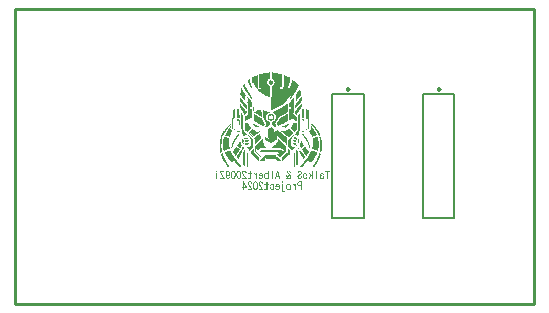
<source format=gbo>
G04*
G04 #@! TF.GenerationSoftware,Altium Limited,Altium Designer,20.2.7 (254)*
G04*
G04 Layer_Color=32896*
%FSLAX43Y43*%
%MOMM*%
G71*
G04*
G04 #@! TF.SameCoordinates,DF3CF367-A293-4906-87DF-23C10940DAFD*
G04*
G04*
G04 #@! TF.FilePolarity,Positive*
G04*
G01*
G75*
%ADD10C,0.254*%
%ADD11C,0.250*%
%ADD12C,0.200*%
G36*
X21718Y18924D02*
X21805D01*
Y18881D01*
X21848D01*
Y18837D01*
Y18794D01*
X21892D01*
Y18751D01*
Y18707D01*
X21848D01*
Y18664D01*
X21805D01*
Y18621D01*
X21762D01*
Y18577D01*
X21632D01*
Y18621D01*
X21545D01*
Y18664D01*
Y18707D01*
X21502D01*
Y18751D01*
Y18794D01*
Y18837D01*
X21545D01*
Y18881D01*
X21588D01*
Y18924D01*
X21632D01*
Y18967D01*
X21718D01*
Y18924D01*
D02*
G37*
G36*
X21632Y19574D02*
Y19531D01*
Y19487D01*
Y19444D01*
Y19401D01*
Y19357D01*
Y19314D01*
Y19271D01*
Y19227D01*
Y19184D01*
Y19141D01*
Y19097D01*
Y19054D01*
X21545D01*
Y19011D01*
X21458D01*
Y18967D01*
X21415D01*
Y18924D01*
Y18881D01*
X21372D01*
Y18837D01*
Y18794D01*
Y18751D01*
Y18707D01*
Y18664D01*
X21415D01*
Y18621D01*
Y18577D01*
X21458D01*
Y18534D01*
X21502D01*
Y18491D01*
X21632D01*
Y18447D01*
Y18404D01*
Y18361D01*
Y18317D01*
Y18274D01*
Y18231D01*
Y18187D01*
Y18144D01*
Y18101D01*
Y18057D01*
Y18014D01*
Y17971D01*
Y17927D01*
Y17884D01*
Y17841D01*
Y17797D01*
Y17754D01*
Y17711D01*
Y17667D01*
Y17624D01*
Y17581D01*
Y17537D01*
Y17494D01*
X21588D01*
Y17537D01*
X21458D01*
Y17581D01*
X21372D01*
Y17624D01*
X21242D01*
Y17667D01*
X21155D01*
Y17711D01*
X21112D01*
Y17754D01*
X21025D01*
Y17797D01*
X20938D01*
Y17841D01*
X20895D01*
Y17884D01*
X20852D01*
Y17927D01*
X20808D01*
Y17971D01*
X20722D01*
Y18014D01*
X20678D01*
Y18057D01*
X20635D01*
Y18101D01*
X20592D01*
Y18144D01*
Y18187D01*
X20548D01*
Y18231D01*
X20505D01*
Y18274D01*
X20462D01*
Y18317D01*
X20418D01*
Y18361D01*
Y18404D01*
X20375D01*
Y18447D01*
Y18491D01*
X20332D01*
Y18534D01*
X20288D01*
Y18577D01*
Y18621D01*
X20245D01*
Y18664D01*
Y18707D01*
X20201D01*
Y18751D01*
Y18794D01*
X20158D01*
Y18751D01*
X20115D01*
Y18794D01*
Y18837D01*
Y18881D01*
Y18924D01*
X20071D01*
Y18967D01*
Y19011D01*
Y19054D01*
Y19097D01*
X20028D01*
Y19141D01*
X20071D01*
Y19184D01*
X20201D01*
Y19227D01*
X20288D01*
Y19271D01*
X20375D01*
Y19314D01*
X20505D01*
Y19357D01*
X20592D01*
Y19314D01*
Y19271D01*
Y19227D01*
Y19184D01*
Y19141D01*
Y19097D01*
Y19054D01*
Y19011D01*
Y18967D01*
Y18924D01*
Y18881D01*
Y18837D01*
Y18794D01*
Y18751D01*
Y18707D01*
Y18664D01*
Y18621D01*
Y18577D01*
Y18534D01*
Y18491D01*
Y18447D01*
Y18404D01*
Y18361D01*
Y18317D01*
Y18274D01*
Y18231D01*
Y18187D01*
X20722D01*
Y18231D01*
X20765D01*
Y18187D01*
X20852D01*
Y18231D01*
Y18274D01*
Y18317D01*
X20722D01*
Y18361D01*
Y18404D01*
Y18447D01*
Y18491D01*
Y18534D01*
Y18577D01*
Y18621D01*
Y18664D01*
Y18707D01*
Y18751D01*
Y18794D01*
Y18837D01*
Y18881D01*
Y18924D01*
Y18967D01*
Y19011D01*
Y19054D01*
Y19097D01*
Y19141D01*
Y19184D01*
Y19227D01*
Y19271D01*
Y19314D01*
Y19357D01*
Y19401D01*
Y19444D01*
X20852D01*
Y19487D01*
X21025D01*
Y19531D01*
X21285D01*
Y19574D01*
X21545D01*
Y19617D01*
X21632D01*
Y19574D01*
D02*
G37*
G36*
X19898Y18967D02*
Y18924D01*
Y18881D01*
Y18837D01*
X19941D01*
Y18794D01*
Y18751D01*
Y18707D01*
X19985D01*
Y18664D01*
Y18621D01*
Y18577D01*
X20028D01*
Y18534D01*
Y18491D01*
Y18447D01*
X20071D01*
Y18404D01*
Y18361D01*
Y18317D01*
X20115D01*
Y18274D01*
Y18231D01*
X20158D01*
Y18187D01*
X20201D01*
Y18144D01*
X20158D01*
Y18187D01*
X20115D01*
Y18231D01*
X20071D01*
Y18274D01*
Y18317D01*
X20028D01*
Y18361D01*
X19985D01*
Y18404D01*
X19941D01*
Y18447D01*
Y18491D01*
X19898D01*
Y18534D01*
Y18577D01*
X19855D01*
Y18621D01*
Y18664D01*
X19811D01*
Y18707D01*
Y18751D01*
X19768D01*
Y18794D01*
Y18837D01*
X19725D01*
Y18881D01*
Y18924D01*
X19768D01*
Y18967D01*
X19855D01*
Y19011D01*
X19898D01*
Y18967D01*
D02*
G37*
G36*
X21848Y19574D02*
X22108D01*
Y19531D01*
X22325D01*
Y19487D01*
X22498D01*
Y19444D01*
X22672D01*
Y19401D01*
Y19357D01*
Y19314D01*
Y19271D01*
Y19227D01*
Y19184D01*
Y19141D01*
Y19097D01*
Y19054D01*
Y19011D01*
Y18967D01*
Y18924D01*
Y18881D01*
Y18837D01*
Y18794D01*
Y18751D01*
Y18707D01*
Y18664D01*
Y18621D01*
Y18577D01*
Y18534D01*
Y18491D01*
Y18447D01*
Y18404D01*
Y18361D01*
Y18317D01*
X22628D01*
Y18361D01*
X22498D01*
Y18317D01*
Y18274D01*
Y18231D01*
Y18187D01*
X22758D01*
Y18231D01*
Y18274D01*
Y18317D01*
Y18361D01*
X22802D01*
Y18404D01*
Y18447D01*
Y18491D01*
Y18534D01*
Y18577D01*
Y18621D01*
Y18664D01*
Y18707D01*
Y18751D01*
Y18794D01*
Y18837D01*
Y18881D01*
Y18924D01*
Y18967D01*
Y19011D01*
Y19054D01*
Y19097D01*
Y19141D01*
Y19184D01*
Y19227D01*
Y19271D01*
Y19314D01*
Y19357D01*
X22888D01*
Y19314D01*
X23018D01*
Y19271D01*
X23105D01*
Y19227D01*
X23192D01*
Y19184D01*
X23278D01*
Y19141D01*
X23365D01*
Y19097D01*
X23322D01*
Y19054D01*
Y19011D01*
Y18967D01*
Y18924D01*
X23278D01*
Y18881D01*
Y18837D01*
Y18794D01*
Y18751D01*
Y18707D01*
X23235D01*
Y18664D01*
Y18621D01*
Y18577D01*
Y18534D01*
Y18491D01*
X23192D01*
Y18447D01*
Y18404D01*
Y18361D01*
Y18317D01*
X23148D01*
Y18274D01*
Y18231D01*
X23192D01*
Y18274D01*
X23235D01*
Y18317D01*
X23278D01*
Y18361D01*
Y18404D01*
X23322D01*
Y18447D01*
Y18491D01*
X23365D01*
Y18534D01*
Y18577D01*
X23408D01*
Y18621D01*
Y18664D01*
Y18707D01*
X23452D01*
Y18751D01*
Y18794D01*
Y18837D01*
X23495D01*
Y18881D01*
Y18924D01*
Y18967D01*
X23582D01*
Y18924D01*
X23668D01*
Y18881D01*
X23712D01*
Y18837D01*
X23755D01*
Y18794D01*
X23798D01*
Y18751D01*
X23842D01*
Y18707D01*
X23885D01*
Y18664D01*
X23928D01*
Y18621D01*
X23972D01*
Y18577D01*
X24015D01*
Y18534D01*
X24058D01*
Y18491D01*
Y18447D01*
X24015D01*
Y18404D01*
Y18361D01*
X23972D01*
Y18317D01*
Y18274D01*
X23928D01*
Y18231D01*
X23885D01*
Y18187D01*
Y18144D01*
X23842D01*
Y18101D01*
Y18057D01*
X23798D01*
Y18014D01*
Y17971D01*
X23755D01*
Y17927D01*
X23712D01*
Y17884D01*
Y17841D01*
X23668D01*
Y17797D01*
Y17754D01*
X23625D01*
Y17711D01*
X23582D01*
Y17667D01*
Y17624D01*
X23538D01*
Y17581D01*
X23495D01*
Y17537D01*
X23452D01*
Y17494D01*
Y17451D01*
X23408D01*
Y17407D01*
X23365D01*
Y17364D01*
X23322D01*
Y17407D01*
Y17451D01*
Y17494D01*
X23365D01*
Y17537D01*
Y17581D01*
Y17624D01*
X23322D01*
Y17581D01*
Y17537D01*
X23278D01*
Y17494D01*
X23235D01*
Y17451D01*
X23192D01*
Y17407D01*
Y17364D01*
X23148D01*
Y17321D01*
X23105D01*
Y17277D01*
Y17234D01*
X23062D01*
Y17191D01*
X23018D01*
Y17147D01*
X22975D01*
Y17104D01*
X22932D01*
Y17061D01*
X22888D01*
Y17017D01*
X22845D01*
Y16974D01*
X22802D01*
Y16931D01*
X22715D01*
Y16887D01*
X22672D01*
Y16844D01*
X22585D01*
Y16801D01*
X22498D01*
Y16757D01*
X22412D01*
Y16714D01*
X22325D01*
Y16671D01*
X22238D01*
Y16627D01*
X22152D01*
Y16584D01*
X22065D01*
Y16541D01*
X21935D01*
Y16497D01*
X21848D01*
Y16454D01*
X21718D01*
Y16497D01*
Y16541D01*
Y16584D01*
Y16627D01*
Y16671D01*
Y16714D01*
Y16757D01*
Y16801D01*
Y16844D01*
Y16887D01*
Y16931D01*
Y16974D01*
Y17017D01*
Y17061D01*
Y17104D01*
Y17147D01*
Y17191D01*
Y17234D01*
Y17277D01*
Y17321D01*
Y17364D01*
Y17407D01*
Y17451D01*
Y17494D01*
X21762D01*
Y17537D01*
Y17581D01*
Y17624D01*
Y17667D01*
Y17711D01*
Y17754D01*
Y17797D01*
Y17841D01*
Y17884D01*
Y17927D01*
Y17971D01*
Y18014D01*
Y18057D01*
Y18101D01*
Y18144D01*
Y18187D01*
Y18231D01*
Y18274D01*
Y18317D01*
Y18361D01*
Y18404D01*
Y18447D01*
Y18491D01*
X21848D01*
Y18534D01*
X21892D01*
Y18577D01*
X21935D01*
Y18621D01*
X21978D01*
Y18664D01*
Y18707D01*
X22022D01*
Y18751D01*
Y18794D01*
Y18837D01*
X21978D01*
Y18881D01*
Y18924D01*
X21935D01*
Y18967D01*
X21892D01*
Y19011D01*
X21848D01*
Y19054D01*
X21762D01*
Y19097D01*
Y19141D01*
Y19184D01*
Y19227D01*
Y19271D01*
Y19314D01*
Y19357D01*
Y19401D01*
Y19444D01*
Y19487D01*
Y19531D01*
Y19574D01*
Y19617D01*
X21848D01*
Y19574D01*
D02*
G37*
G36*
X19508Y18577D02*
Y18534D01*
Y18491D01*
X19551D01*
Y18447D01*
Y18404D01*
X19595D01*
Y18361D01*
Y18317D01*
X19638D01*
Y18274D01*
Y18231D01*
X19681D01*
Y18187D01*
Y18144D01*
X19725D01*
Y18101D01*
Y18057D01*
X19768D01*
Y18014D01*
Y17971D01*
X19811D01*
Y17927D01*
X19855D01*
Y17884D01*
Y17841D01*
X19898D01*
Y17797D01*
X19941D01*
Y17754D01*
Y17711D01*
X19985D01*
Y17667D01*
Y17624D01*
X20028D01*
Y17581D01*
Y17537D01*
Y17494D01*
X20071D01*
Y17451D01*
Y17407D01*
X20115D01*
Y17364D01*
Y17321D01*
Y17277D01*
X20071D01*
Y17321D01*
X20028D01*
Y17364D01*
Y17407D01*
X19985D01*
Y17451D01*
X19941D01*
Y17494D01*
X19898D01*
Y17537D01*
Y17581D01*
X19855D01*
Y17624D01*
X19811D01*
Y17667D01*
Y17711D01*
X19768D01*
Y17754D01*
X19725D01*
Y17797D01*
Y17841D01*
X19681D01*
Y17884D01*
X19638D01*
Y17927D01*
Y17971D01*
X19595D01*
Y18014D01*
Y18057D01*
X19551D01*
Y18101D01*
Y18144D01*
X19508D01*
Y18187D01*
X19465D01*
Y18231D01*
Y18274D01*
X19421D01*
Y18317D01*
Y18361D01*
X19378D01*
Y18404D01*
Y18447D01*
X19335D01*
Y18491D01*
Y18534D01*
Y18577D01*
X19421D01*
Y18621D01*
X19508D01*
Y18577D01*
D02*
G37*
G36*
X19248Y18231D02*
Y18187D01*
X19291D01*
Y18144D01*
Y18101D01*
X19335D01*
Y18057D01*
Y18014D01*
X19378D01*
Y17971D01*
X19421D01*
Y17927D01*
Y17884D01*
X19465D01*
Y17841D01*
X19508D01*
Y17797D01*
X19551D01*
Y17754D01*
Y17711D01*
X19595D01*
Y17667D01*
Y17624D01*
X19551D01*
Y17581D01*
Y17537D01*
Y17494D01*
Y17451D01*
Y17407D01*
Y17364D01*
Y17321D01*
Y17277D01*
Y17234D01*
Y17191D01*
X19508D01*
Y17234D01*
X19465D01*
Y17277D01*
Y17321D01*
X19421D01*
Y17364D01*
X19378D01*
Y17407D01*
X19335D01*
Y17451D01*
X19291D01*
Y17494D01*
X19248D01*
Y17537D01*
Y17581D01*
X19205D01*
Y17624D01*
X19161D01*
Y17667D01*
X19118D01*
Y17711D01*
Y17754D01*
Y17797D01*
Y17841D01*
Y17884D01*
X19161D01*
Y17927D01*
Y17971D01*
Y18014D01*
Y18057D01*
Y18101D01*
X19205D01*
Y18144D01*
Y18187D01*
Y18231D01*
Y18274D01*
X19248D01*
Y18231D01*
D02*
G37*
G36*
X24188Y18187D02*
Y18144D01*
Y18101D01*
Y18057D01*
X24232D01*
Y18014D01*
Y17971D01*
Y17927D01*
Y17884D01*
Y17841D01*
X24275D01*
Y17797D01*
Y17754D01*
Y17711D01*
Y17667D01*
X24232D01*
Y17624D01*
X24188D01*
Y17581D01*
X24145D01*
Y17537D01*
X24102D01*
Y17494D01*
Y17451D01*
X24058D01*
Y17407D01*
X24015D01*
Y17364D01*
X23972D01*
Y17321D01*
X23928D01*
Y17277D01*
X23885D01*
Y17234D01*
Y17191D01*
X23842D01*
Y17147D01*
X23798D01*
Y17191D01*
Y17234D01*
Y17277D01*
Y17321D01*
Y17364D01*
Y17407D01*
Y17451D01*
Y17494D01*
Y17537D01*
Y17581D01*
Y17624D01*
Y17667D01*
Y17711D01*
Y17754D01*
X23842D01*
Y17797D01*
X23885D01*
Y17841D01*
X23928D01*
Y17884D01*
Y17927D01*
X23972D01*
Y17971D01*
X24015D01*
Y18014D01*
Y18057D01*
X24058D01*
Y18101D01*
X24102D01*
Y18144D01*
X24145D01*
Y18187D01*
Y18231D01*
X24188D01*
Y18187D01*
D02*
G37*
G36*
X24318Y17451D02*
Y17407D01*
Y17364D01*
Y17321D01*
Y17277D01*
Y17234D01*
Y17191D01*
X24275D01*
Y17147D01*
X24232D01*
Y17104D01*
Y17061D01*
X24188D01*
Y17017D01*
X24145D01*
Y16974D01*
X24102D01*
Y16931D01*
X24058D01*
Y16887D01*
X24015D01*
Y16844D01*
Y16801D01*
X23972D01*
Y16757D01*
X23928D01*
Y16714D01*
X23885D01*
Y16671D01*
X23842D01*
Y16627D01*
X23798D01*
Y16584D01*
X23755D01*
Y16627D01*
Y16671D01*
Y16714D01*
Y16757D01*
Y16801D01*
Y16844D01*
Y16887D01*
X23798D01*
Y16931D01*
Y16974D01*
X23842D01*
Y17017D01*
X23885D01*
Y17061D01*
X23928D01*
Y17104D01*
X23972D01*
Y17147D01*
X24015D01*
Y17191D01*
X24058D01*
Y17234D01*
X24102D01*
Y17277D01*
Y17321D01*
X24145D01*
Y17364D01*
X24188D01*
Y17407D01*
X24232D01*
Y17451D01*
X24275D01*
Y17494D01*
X24318D01*
Y17451D01*
D02*
G37*
G36*
X19118D02*
X19161D01*
Y17407D01*
X19205D01*
Y17364D01*
X19248D01*
Y17321D01*
Y17277D01*
X19291D01*
Y17234D01*
X19335D01*
Y17191D01*
X19378D01*
Y17147D01*
X19421D01*
Y17104D01*
X19465D01*
Y17061D01*
X19508D01*
Y17017D01*
Y16974D01*
X19551D01*
Y16931D01*
X19595D01*
Y16887D01*
X19638D01*
Y16844D01*
Y16801D01*
Y16757D01*
Y16714D01*
Y16671D01*
Y16627D01*
Y16584D01*
Y16541D01*
X19595D01*
Y16584D01*
X19551D01*
Y16627D01*
X19508D01*
Y16671D01*
Y16714D01*
X19465D01*
Y16757D01*
X19421D01*
Y16801D01*
X19378D01*
Y16844D01*
X19335D01*
Y16887D01*
Y16931D01*
X19291D01*
Y16974D01*
X19248D01*
Y17017D01*
X19205D01*
Y17061D01*
X19161D01*
Y17104D01*
X19118D01*
Y17147D01*
Y17191D01*
X19075D01*
Y17234D01*
X19031D01*
Y17277D01*
X19075D01*
Y17321D01*
Y17364D01*
Y17407D01*
Y17451D01*
Y17494D01*
X19118D01*
Y17451D01*
D02*
G37*
G36*
X24318Y16931D02*
Y16887D01*
Y16844D01*
Y16801D01*
Y16757D01*
Y16714D01*
Y16671D01*
X24275D01*
Y16627D01*
X24232D01*
Y16584D01*
Y16541D01*
X24188D01*
Y16497D01*
X24145D01*
Y16454D01*
Y16411D01*
X24102D01*
Y16367D01*
X24058D01*
Y16324D01*
Y16281D01*
X24015D01*
Y16237D01*
Y16194D01*
X23972D01*
Y16151D01*
X23928D01*
Y16107D01*
Y16064D01*
X23885D01*
Y16021D01*
X23842D01*
Y16064D01*
X23798D01*
Y16107D01*
X23755D01*
Y16151D01*
X23712D01*
Y16194D01*
X23755D01*
Y16237D01*
Y16281D01*
Y16324D01*
Y16367D01*
X23798D01*
Y16411D01*
X23842D01*
Y16454D01*
X23885D01*
Y16497D01*
X23928D01*
Y16541D01*
Y16584D01*
X23972D01*
Y16627D01*
X24015D01*
Y16671D01*
X24058D01*
Y16714D01*
X24102D01*
Y16757D01*
X24145D01*
Y16801D01*
Y16844D01*
X24188D01*
Y16887D01*
X24232D01*
Y16931D01*
X24275D01*
Y16974D01*
X24318D01*
Y16931D01*
D02*
G37*
G36*
X19118D02*
X19161D01*
Y16887D01*
Y16844D01*
X19205D01*
Y16801D01*
X19248D01*
Y16757D01*
X19291D01*
Y16714D01*
X19335D01*
Y16671D01*
Y16627D01*
X19378D01*
Y16584D01*
X19421D01*
Y16541D01*
X19465D01*
Y16497D01*
X19508D01*
Y16454D01*
X19551D01*
Y16411D01*
Y16367D01*
X19638D01*
Y16324D01*
Y16281D01*
Y16237D01*
Y16194D01*
Y16151D01*
X19595D01*
Y16107D01*
X19551D01*
Y16064D01*
X19508D01*
Y16021D01*
X19465D01*
Y16064D01*
Y16107D01*
X19421D01*
Y16151D01*
Y16194D01*
X19378D01*
Y16237D01*
X19335D01*
Y16281D01*
Y16324D01*
X19291D01*
Y16367D01*
X19248D01*
Y16411D01*
Y16454D01*
X19205D01*
Y16497D01*
Y16541D01*
X19161D01*
Y16584D01*
Y16627D01*
X19118D01*
Y16671D01*
X19075D01*
Y16714D01*
Y16757D01*
Y16801D01*
Y16844D01*
Y16887D01*
Y16931D01*
Y16974D01*
X19118D01*
Y16931D01*
D02*
G37*
G36*
X20288D02*
Y16887D01*
Y16844D01*
Y16801D01*
Y16757D01*
Y16714D01*
Y16671D01*
Y16627D01*
Y16584D01*
Y16541D01*
Y16497D01*
Y16454D01*
Y16411D01*
Y16367D01*
Y16324D01*
Y16281D01*
X20462D01*
Y16324D01*
X20505D01*
Y16367D01*
X20548D01*
Y16411D01*
X20678D01*
Y16454D01*
X20895D01*
Y16411D01*
Y16367D01*
Y16324D01*
Y16281D01*
Y16237D01*
X20938D01*
Y16194D01*
Y16151D01*
Y16107D01*
Y16064D01*
Y16021D01*
Y15977D01*
Y15934D01*
Y15891D01*
Y15847D01*
X20852D01*
Y15891D01*
X20808D01*
Y15934D01*
X20722D01*
Y15977D01*
X20635D01*
Y16021D01*
X20592D01*
Y16064D01*
X20505D01*
Y16107D01*
X20462D01*
Y16151D01*
X20375D01*
Y16194D01*
X20288D01*
Y16237D01*
X20201D01*
Y16281D01*
X20245D01*
Y16324D01*
Y16367D01*
X20201D01*
Y16411D01*
Y16454D01*
Y16497D01*
Y16541D01*
Y16584D01*
Y16627D01*
Y16671D01*
X20245D01*
Y16714D01*
Y16757D01*
Y16801D01*
Y16844D01*
Y16887D01*
Y16931D01*
Y16974D01*
X20288D01*
Y16931D01*
D02*
G37*
G36*
X24535Y16497D02*
Y16454D01*
Y16411D01*
Y16367D01*
Y16324D01*
Y16281D01*
Y16237D01*
Y16194D01*
Y16151D01*
Y16107D01*
Y16064D01*
Y16021D01*
Y15977D01*
Y15934D01*
Y15891D01*
Y15847D01*
Y15804D01*
Y15761D01*
Y15717D01*
X24318D01*
Y15761D01*
Y15804D01*
Y15847D01*
Y15891D01*
Y15934D01*
Y15977D01*
Y16021D01*
Y16064D01*
Y16107D01*
Y16151D01*
Y16194D01*
Y16237D01*
Y16281D01*
Y16324D01*
Y16367D01*
Y16411D01*
Y16454D01*
Y16497D01*
Y16541D01*
X24535D01*
Y16497D01*
D02*
G37*
G36*
X19725Y17494D02*
Y17451D01*
X19768D01*
Y17407D01*
X19811D01*
Y17364D01*
X19855D01*
Y17321D01*
X19898D01*
Y17277D01*
X19941D01*
Y17234D01*
X19985D01*
Y17191D01*
X20028D01*
Y17147D01*
X20071D01*
Y17104D01*
X20115D01*
Y17061D01*
Y17017D01*
Y16974D01*
Y16931D01*
Y16887D01*
Y16844D01*
Y16801D01*
Y16757D01*
Y16714D01*
X19941D01*
Y16671D01*
Y16627D01*
Y16584D01*
Y16541D01*
X20115D01*
Y16497D01*
Y16454D01*
Y16411D01*
Y16367D01*
Y16324D01*
Y16281D01*
Y16237D01*
Y16194D01*
Y16151D01*
Y16107D01*
Y16064D01*
Y16021D01*
Y15977D01*
Y15934D01*
Y15891D01*
Y15847D01*
Y15804D01*
Y15761D01*
Y15717D01*
Y15674D01*
Y15631D01*
Y15587D01*
Y15544D01*
X20071D01*
Y15587D01*
Y15631D01*
Y15674D01*
Y15717D01*
Y15761D01*
X19985D01*
Y15717D01*
X19941D01*
Y15674D01*
X19811D01*
Y15631D01*
X19725D01*
Y15587D01*
X19681D01*
Y15544D01*
X19595D01*
Y15501D01*
X19508D01*
Y15544D01*
Y15587D01*
Y15631D01*
Y15674D01*
Y15717D01*
Y15761D01*
Y15804D01*
Y15847D01*
X19551D01*
Y15891D01*
X19595D01*
Y15934D01*
X19638D01*
Y15977D01*
X19681D01*
Y16021D01*
X19725D01*
Y16064D01*
X19768D01*
Y16107D01*
Y16151D01*
Y16194D01*
Y16237D01*
Y16281D01*
Y16324D01*
Y16367D01*
Y16411D01*
Y16454D01*
Y16497D01*
Y16541D01*
Y16584D01*
Y16627D01*
Y16671D01*
Y16714D01*
Y16757D01*
Y16801D01*
Y16844D01*
Y16887D01*
Y16931D01*
Y16974D01*
X19725D01*
Y17017D01*
X19681D01*
Y17061D01*
Y17104D01*
X19725D01*
Y17147D01*
Y17191D01*
Y17234D01*
Y17277D01*
Y17321D01*
Y17364D01*
Y17407D01*
X19681D01*
Y17451D01*
Y17494D01*
Y17537D01*
X19725D01*
Y17494D01*
D02*
G37*
G36*
X23668Y17451D02*
Y17407D01*
Y17364D01*
Y17321D01*
Y17277D01*
Y17234D01*
Y17191D01*
Y17147D01*
Y17104D01*
Y17061D01*
Y17017D01*
Y16974D01*
X23625D01*
Y16931D01*
Y16887D01*
Y16844D01*
Y16801D01*
Y16757D01*
Y16714D01*
Y16671D01*
Y16627D01*
Y16584D01*
Y16541D01*
Y16497D01*
Y16454D01*
Y16411D01*
Y16367D01*
Y16324D01*
Y16281D01*
Y16237D01*
Y16194D01*
X23582D01*
Y16151D01*
Y16107D01*
X23625D01*
Y16064D01*
X23668D01*
Y16021D01*
X23712D01*
Y15977D01*
X23755D01*
Y15934D01*
X23798D01*
Y15891D01*
X23842D01*
Y15847D01*
X23885D01*
Y15804D01*
Y15761D01*
Y15717D01*
Y15674D01*
Y15631D01*
Y15587D01*
Y15544D01*
Y15501D01*
X23755D01*
Y15544D01*
X23668D01*
Y15587D01*
X23625D01*
Y15631D01*
X23538D01*
Y15674D01*
X23495D01*
Y15631D01*
X23408D01*
Y15587D01*
X23322D01*
Y15544D01*
X23235D01*
Y15587D01*
Y15631D01*
Y15674D01*
Y15717D01*
Y15761D01*
Y15804D01*
Y15847D01*
Y15891D01*
Y15934D01*
Y15977D01*
Y16021D01*
Y16064D01*
Y16107D01*
Y16151D01*
Y16194D01*
Y16237D01*
Y16281D01*
Y16324D01*
Y16367D01*
Y16411D01*
Y16454D01*
Y16497D01*
Y16541D01*
X23408D01*
Y16584D01*
Y16627D01*
Y16671D01*
Y16714D01*
X23235D01*
Y16757D01*
Y16801D01*
Y16844D01*
Y16887D01*
Y16931D01*
Y16974D01*
Y17017D01*
Y17061D01*
X23278D01*
Y17104D01*
X23322D01*
Y17147D01*
X23365D01*
Y17191D01*
X23408D01*
Y17234D01*
X23452D01*
Y17277D01*
X23495D01*
Y17321D01*
X23538D01*
Y17364D01*
X23582D01*
Y17407D01*
Y17451D01*
X23625D01*
Y17494D01*
X23668D01*
Y17451D01*
D02*
G37*
G36*
X21762Y16064D02*
X21892D01*
Y16021D01*
X21935D01*
Y15977D01*
Y15934D01*
X21978D01*
Y15891D01*
Y15847D01*
Y15804D01*
Y15761D01*
Y15717D01*
Y15674D01*
X21935D01*
Y15631D01*
Y15587D01*
X21848D01*
Y15544D01*
X21762D01*
Y15501D01*
X21632D01*
Y15544D01*
X21545D01*
Y15587D01*
X21458D01*
Y15631D01*
Y15674D01*
X21415D01*
Y15717D01*
Y15761D01*
Y15804D01*
Y15847D01*
Y15891D01*
Y15934D01*
X21458D01*
Y15977D01*
X21502D01*
Y16021D01*
X21545D01*
Y16064D01*
X21632D01*
Y16107D01*
X21762D01*
Y16064D01*
D02*
G37*
G36*
X24535Y15587D02*
Y15544D01*
Y15501D01*
Y15457D01*
Y15414D01*
Y15371D01*
Y15327D01*
Y15284D01*
Y15241D01*
Y15197D01*
Y15154D01*
Y15111D01*
Y15067D01*
Y15024D01*
Y14981D01*
Y14937D01*
Y14894D01*
Y14851D01*
Y14807D01*
Y14764D01*
Y14721D01*
Y14677D01*
Y14634D01*
Y14591D01*
X24318D01*
Y14634D01*
X24492D01*
Y14677D01*
Y14721D01*
Y14764D01*
Y14807D01*
Y14851D01*
Y14894D01*
Y14937D01*
Y14981D01*
Y15024D01*
Y15067D01*
Y15111D01*
Y15154D01*
X24318D01*
Y15197D01*
Y15241D01*
X24362D01*
Y15197D01*
X24492D01*
Y15241D01*
Y15284D01*
Y15327D01*
Y15371D01*
Y15414D01*
Y15457D01*
Y15501D01*
X24405D01*
Y15544D01*
X24362D01*
Y15501D01*
Y15457D01*
Y15414D01*
Y15371D01*
Y15327D01*
Y15284D01*
X24318D01*
Y15327D01*
Y15371D01*
Y15414D01*
Y15457D01*
Y15501D01*
Y15544D01*
Y15587D01*
X24362D01*
Y15631D01*
X24535D01*
Y15587D01*
D02*
G37*
G36*
X19031Y16497D02*
Y16454D01*
Y16411D01*
Y16367D01*
Y16324D01*
Y16281D01*
Y16237D01*
Y16194D01*
Y16151D01*
Y16107D01*
Y16064D01*
Y16021D01*
Y15977D01*
X19075D01*
Y15934D01*
Y15891D01*
Y15847D01*
Y15804D01*
Y15761D01*
Y15717D01*
X18858D01*
Y15674D01*
Y15631D01*
X18988D01*
Y15587D01*
X19075D01*
Y15544D01*
Y15501D01*
Y15457D01*
Y15414D01*
Y15371D01*
Y15327D01*
Y15284D01*
Y15241D01*
Y15197D01*
Y15154D01*
X18988D01*
Y15197D01*
X19031D01*
Y15241D01*
Y15284D01*
Y15327D01*
Y15371D01*
Y15414D01*
Y15457D01*
Y15501D01*
X18858D01*
Y15457D01*
Y15414D01*
Y15371D01*
Y15327D01*
Y15284D01*
Y15241D01*
Y15197D01*
Y15154D01*
Y15111D01*
Y15067D01*
Y15024D01*
Y14981D01*
Y14937D01*
Y14894D01*
Y14851D01*
Y14807D01*
Y14764D01*
Y14721D01*
Y14677D01*
Y14634D01*
X19031D01*
Y14677D01*
X19075D01*
Y14634D01*
Y14591D01*
X18815D01*
Y14634D01*
Y14677D01*
Y14721D01*
Y14764D01*
Y14807D01*
Y14851D01*
Y14894D01*
Y14937D01*
Y14981D01*
Y15024D01*
Y15067D01*
Y15111D01*
Y15154D01*
Y15197D01*
Y15241D01*
Y15284D01*
Y15327D01*
Y15371D01*
Y15414D01*
Y15457D01*
Y15501D01*
Y15544D01*
Y15587D01*
Y15631D01*
Y15674D01*
Y15717D01*
Y15761D01*
Y15804D01*
Y15847D01*
Y15891D01*
Y15934D01*
Y15977D01*
Y16021D01*
Y16064D01*
Y16107D01*
Y16151D01*
Y16194D01*
Y16237D01*
Y16281D01*
Y16324D01*
Y16367D01*
Y16411D01*
Y16454D01*
Y16497D01*
Y16541D01*
X19031D01*
Y16497D01*
D02*
G37*
G36*
X20288Y16064D02*
X20375D01*
Y16021D01*
X20418D01*
Y15977D01*
X20505D01*
Y15934D01*
X20592D01*
Y15891D01*
X20635D01*
Y15847D01*
X20722D01*
Y15804D01*
X20765D01*
Y15761D01*
X20852D01*
Y15717D01*
X20938D01*
Y15674D01*
X20982D01*
Y15631D01*
Y15587D01*
X21025D01*
Y15544D01*
Y15501D01*
X21068D01*
Y15457D01*
Y15414D01*
X21112D01*
Y15371D01*
X21155D01*
Y15327D01*
Y15284D01*
X21198D01*
Y15241D01*
Y15197D01*
X21155D01*
Y15154D01*
X21112D01*
Y15111D01*
X20982D01*
Y15154D01*
X20895D01*
Y15197D01*
X20808D01*
Y15241D01*
X20722D01*
Y15284D01*
X20592D01*
Y15327D01*
X20505D01*
Y15371D01*
X20418D01*
Y15414D01*
X20332D01*
Y15457D01*
X20245D01*
Y15501D01*
Y15544D01*
Y15587D01*
Y15631D01*
Y15674D01*
Y15717D01*
Y15761D01*
Y15804D01*
Y15847D01*
Y15891D01*
Y15934D01*
Y15977D01*
Y16021D01*
Y16064D01*
Y16107D01*
X20288D01*
Y16064D01*
D02*
G37*
G36*
X23148D02*
Y16021D01*
Y15977D01*
Y15934D01*
Y15891D01*
Y15847D01*
Y15804D01*
Y15761D01*
Y15717D01*
Y15674D01*
Y15631D01*
Y15587D01*
Y15544D01*
Y15501D01*
Y15457D01*
X23062D01*
Y15414D01*
X22975D01*
Y15371D01*
X22888D01*
Y15327D01*
X22802D01*
Y15284D01*
X22672D01*
Y15241D01*
X22585D01*
Y15197D01*
X22498D01*
Y15154D01*
X22412D01*
Y15111D01*
X22325D01*
Y15067D01*
X22282D01*
Y15111D01*
Y15154D01*
X22238D01*
Y15197D01*
Y15241D01*
X22195D01*
Y15284D01*
X22238D01*
Y15327D01*
Y15371D01*
X22282D01*
Y15414D01*
X22325D01*
Y15457D01*
Y15501D01*
X22368D01*
Y15544D01*
Y15587D01*
X22412D01*
Y15631D01*
Y15674D01*
X22455D01*
Y15717D01*
X22498D01*
Y15761D01*
X22585D01*
Y15804D01*
X22672D01*
Y15847D01*
X22758D01*
Y15891D01*
X22845D01*
Y15934D01*
X22888D01*
Y15977D01*
X22975D01*
Y16021D01*
X23018D01*
Y16064D01*
X23105D01*
Y16107D01*
X23148D01*
Y16064D01*
D02*
G37*
G36*
Y16931D02*
Y16887D01*
Y16844D01*
Y16801D01*
Y16757D01*
Y16714D01*
Y16671D01*
Y16627D01*
Y16584D01*
Y16541D01*
Y16497D01*
Y16454D01*
Y16411D01*
Y16367D01*
Y16324D01*
Y16281D01*
Y16237D01*
X23105D01*
Y16194D01*
X23018D01*
Y16151D01*
X22975D01*
Y16107D01*
X22888D01*
Y16064D01*
X22802D01*
Y16021D01*
X22758D01*
Y15977D01*
X22672D01*
Y15934D01*
X22585D01*
Y15891D01*
X22498D01*
Y15847D01*
X22368D01*
Y15804D01*
Y15761D01*
X22325D01*
Y15717D01*
Y15674D01*
X22282D01*
Y15631D01*
Y15587D01*
X22238D01*
Y15544D01*
X22195D01*
Y15501D01*
Y15457D01*
X22152D01*
Y15414D01*
Y15371D01*
X22108D01*
Y15327D01*
X22065D01*
Y15284D01*
Y15241D01*
X22108D01*
Y15197D01*
Y15154D01*
Y15111D01*
X22152D01*
Y15067D01*
Y15024D01*
X22065D01*
Y14981D01*
X22022D01*
Y15024D01*
X21978D01*
Y15067D01*
X21935D01*
Y15111D01*
X21892D01*
Y15154D01*
X21848D01*
Y15197D01*
X21762D01*
Y15241D01*
Y15284D01*
Y15327D01*
Y15371D01*
X21848D01*
Y15414D01*
X21892D01*
Y15457D01*
X21978D01*
Y15501D01*
X22022D01*
Y15544D01*
X22065D01*
Y15587D01*
Y15631D01*
X22108D01*
Y15674D01*
Y15717D01*
Y15761D01*
Y15804D01*
Y15847D01*
Y15891D01*
Y15934D01*
Y15977D01*
X22065D01*
Y16021D01*
Y16064D01*
X22022D01*
Y16107D01*
X21978D01*
Y16151D01*
X21935D01*
Y16194D01*
X21848D01*
Y16237D01*
X21805D01*
Y16281D01*
X21935D01*
Y16324D01*
X22022D01*
Y16367D01*
X22108D01*
Y16411D01*
X22238D01*
Y16454D01*
X22325D01*
Y16497D01*
X22412D01*
Y16541D01*
X22498D01*
Y16584D01*
X22542D01*
Y16627D01*
X22628D01*
Y16671D01*
X22715D01*
Y16714D01*
X22758D01*
Y16757D01*
X22845D01*
Y16801D01*
X22888D01*
Y16844D01*
X22975D01*
Y16887D01*
X23018D01*
Y16931D01*
X23062D01*
Y16974D01*
X23148D01*
Y16931D01*
D02*
G37*
G36*
X21068Y16411D02*
X21155D01*
Y16367D01*
X21285D01*
Y16324D01*
X21372D01*
Y16281D01*
X21502D01*
Y16237D01*
X21588D01*
Y16194D01*
X21502D01*
Y16151D01*
X21415D01*
Y16107D01*
X21372D01*
Y16064D01*
Y16021D01*
X21328D01*
Y15977D01*
X21285D01*
Y15934D01*
Y15891D01*
Y15847D01*
Y15804D01*
Y15761D01*
Y15717D01*
Y15674D01*
Y15631D01*
X21328D01*
Y15587D01*
Y15544D01*
X21372D01*
Y15501D01*
X21415D01*
Y15457D01*
X21502D01*
Y15414D01*
X21588D01*
Y15371D01*
X21632D01*
Y15327D01*
Y15284D01*
Y15241D01*
Y15197D01*
X21588D01*
Y15154D01*
X21502D01*
Y15111D01*
X21458D01*
Y15067D01*
X21415D01*
Y15024D01*
X21372D01*
Y14981D01*
X21328D01*
Y15024D01*
X21242D01*
Y15067D01*
X21285D01*
Y15111D01*
Y15154D01*
X21328D01*
Y15197D01*
Y15241D01*
Y15284D01*
Y15327D01*
Y15371D01*
X21285D01*
Y15414D01*
X21242D01*
Y15457D01*
X21198D01*
Y15501D01*
Y15544D01*
X21155D01*
Y15587D01*
Y15631D01*
X21112D01*
Y15674D01*
Y15717D01*
X21025D01*
Y15761D01*
Y15804D01*
Y15847D01*
Y15891D01*
Y15934D01*
Y15977D01*
Y16021D01*
Y16064D01*
Y16107D01*
Y16151D01*
Y16194D01*
Y16237D01*
Y16281D01*
Y16324D01*
Y16367D01*
Y16411D01*
Y16454D01*
X21068D01*
Y16411D01*
D02*
G37*
G36*
X20115Y15284D02*
X20201D01*
Y15241D01*
X20332D01*
Y15197D01*
X20418D01*
Y15154D01*
X20505D01*
Y15111D01*
X20635D01*
Y15067D01*
X20722D01*
Y15024D01*
X20852D01*
Y14981D01*
X20375D01*
Y15024D01*
X20332D01*
Y15067D01*
X20288D01*
Y15111D01*
X20245D01*
Y15154D01*
X20201D01*
Y15197D01*
X20158D01*
Y15241D01*
X20115D01*
Y15284D01*
X20071D01*
Y15327D01*
X20115D01*
Y15284D01*
D02*
G37*
G36*
X23278Y15241D02*
X23235D01*
Y15197D01*
X23192D01*
Y15154D01*
X23148D01*
Y15111D01*
X23105D01*
Y15067D01*
X23062D01*
Y15024D01*
X23018D01*
Y14981D01*
Y14937D01*
X22932D01*
Y14981D01*
X22542D01*
Y15024D01*
X22672D01*
Y15067D01*
X22758D01*
Y15111D01*
X22888D01*
Y15154D01*
X22975D01*
Y15197D01*
X23105D01*
Y15241D01*
X23192D01*
Y15284D01*
X23278D01*
Y15241D01*
D02*
G37*
G36*
X24795Y16454D02*
X24925D01*
Y16411D01*
Y16367D01*
Y16324D01*
Y16281D01*
Y16237D01*
Y16194D01*
Y16151D01*
Y16107D01*
Y16064D01*
Y16021D01*
Y15977D01*
Y15934D01*
Y15891D01*
Y15847D01*
Y15804D01*
Y15761D01*
Y15717D01*
Y15674D01*
Y15631D01*
Y15587D01*
Y15544D01*
Y15501D01*
Y15457D01*
Y15414D01*
Y15371D01*
Y15327D01*
Y15284D01*
Y15241D01*
Y15197D01*
Y15154D01*
Y15111D01*
Y15067D01*
Y15024D01*
Y14981D01*
Y14937D01*
Y14894D01*
Y14851D01*
Y14807D01*
X24752D01*
Y14764D01*
X24665D01*
Y14807D01*
Y14851D01*
X24882D01*
Y14894D01*
Y14937D01*
Y14981D01*
Y15024D01*
Y15067D01*
Y15111D01*
Y15154D01*
Y15197D01*
Y15241D01*
Y15284D01*
Y15327D01*
Y15371D01*
Y15414D01*
Y15457D01*
Y15501D01*
Y15544D01*
Y15587D01*
Y15631D01*
Y15674D01*
X24708D01*
Y15717D01*
Y15761D01*
Y15804D01*
Y15847D01*
Y15891D01*
Y15934D01*
Y15977D01*
Y16021D01*
Y16064D01*
Y16107D01*
Y16151D01*
Y16194D01*
Y16237D01*
Y16281D01*
Y16324D01*
Y16367D01*
Y16411D01*
Y16454D01*
X24665D01*
Y16497D01*
X24795D01*
Y16454D01*
D02*
G37*
G36*
X18685D02*
Y16411D01*
Y16367D01*
Y16324D01*
Y16281D01*
Y16237D01*
Y16194D01*
Y16151D01*
Y16107D01*
Y16064D01*
Y16021D01*
Y15977D01*
Y15934D01*
Y15891D01*
Y15847D01*
Y15804D01*
Y15761D01*
Y15717D01*
Y15674D01*
Y15631D01*
Y15587D01*
Y15544D01*
Y15501D01*
Y15457D01*
Y15414D01*
Y15371D01*
Y15327D01*
Y15284D01*
Y15241D01*
Y15197D01*
Y15154D01*
Y15111D01*
Y15067D01*
Y15024D01*
Y14981D01*
Y14937D01*
Y14894D01*
Y14851D01*
Y14807D01*
Y14764D01*
X18598D01*
Y14807D01*
X18468D01*
Y14851D01*
X18425D01*
Y14894D01*
Y14937D01*
Y14981D01*
Y15024D01*
Y15067D01*
Y15111D01*
Y15154D01*
Y15197D01*
Y15241D01*
Y15284D01*
Y15327D01*
Y15371D01*
Y15414D01*
Y15457D01*
Y15501D01*
Y15544D01*
Y15587D01*
Y15631D01*
Y15674D01*
Y15717D01*
X18468D01*
Y15761D01*
Y15804D01*
Y15847D01*
Y15891D01*
Y15934D01*
Y15977D01*
Y16021D01*
Y16064D01*
Y16107D01*
Y16151D01*
Y16194D01*
Y16237D01*
Y16281D01*
Y16324D01*
Y16367D01*
Y16411D01*
Y16454D01*
X18555D01*
Y16497D01*
X18685D01*
Y16454D01*
D02*
G37*
G36*
X23235Y14807D02*
X23278D01*
Y14764D01*
X23322D01*
Y14721D01*
X23365D01*
Y14677D01*
X23452D01*
Y14634D01*
X23495D01*
Y14591D01*
X23538D01*
Y14547D01*
X23582D01*
Y14504D01*
X23625D01*
Y14461D01*
X23582D01*
Y14417D01*
X23538D01*
Y14374D01*
X23495D01*
Y14331D01*
X23452D01*
Y14287D01*
X23408D01*
Y14244D01*
X23365D01*
Y14201D01*
X23322D01*
Y14157D01*
X23278D01*
Y14114D01*
X23192D01*
Y14157D01*
X23148D01*
Y14201D01*
X23105D01*
Y14244D01*
X23018D01*
Y14287D01*
X22975D01*
Y14331D01*
X22932D01*
Y14374D01*
X22888D01*
Y14417D01*
X22802D01*
Y14461D01*
X22758D01*
Y14504D01*
X22715D01*
Y14547D01*
X22628D01*
Y14591D01*
X22585D01*
Y14634D01*
X22542D01*
Y14677D01*
X22672D01*
Y14634D01*
X22802D01*
Y14677D01*
X22975D01*
Y14721D01*
X23105D01*
Y14764D01*
X23148D01*
Y14807D01*
X23192D01*
Y14851D01*
X23235D01*
Y14807D01*
D02*
G37*
G36*
X23885Y15284D02*
Y15241D01*
Y15197D01*
Y15154D01*
Y15111D01*
Y15067D01*
Y15024D01*
Y14981D01*
Y14937D01*
Y14894D01*
Y14851D01*
Y14807D01*
Y14764D01*
X23842D01*
Y14721D01*
Y14677D01*
X23798D01*
Y14634D01*
X23755D01*
Y14591D01*
X23668D01*
Y14634D01*
X23625D01*
Y14677D01*
X23582D01*
Y14721D01*
X23538D01*
Y14764D01*
X23495D01*
Y14807D01*
X23408D01*
Y14851D01*
X23365D01*
Y14894D01*
X23322D01*
Y14937D01*
X23365D01*
Y14981D01*
X23408D01*
Y15024D01*
X23452D01*
Y15067D01*
X23495D01*
Y15111D01*
Y15154D01*
X23538D01*
Y15197D01*
Y15241D01*
X23582D01*
Y15284D01*
Y15327D01*
X23885D01*
Y15284D01*
D02*
G37*
G36*
X19551Y15327D02*
X19768D01*
Y15284D01*
X19811D01*
Y15241D01*
Y15197D01*
X19855D01*
Y15154D01*
Y15111D01*
X19898D01*
Y15067D01*
Y15024D01*
X19941D01*
Y14981D01*
X19985D01*
Y14937D01*
X20028D01*
Y14894D01*
X19985D01*
Y14851D01*
X19941D01*
Y14807D01*
X19898D01*
Y14764D01*
X19855D01*
Y14721D01*
X19811D01*
Y14677D01*
X19768D01*
Y14634D01*
X19725D01*
Y14591D01*
X19638D01*
Y14634D01*
X19595D01*
Y14677D01*
X19551D01*
Y14721D01*
X19508D01*
Y14764D01*
Y14807D01*
Y14851D01*
Y14894D01*
Y14937D01*
Y14981D01*
Y15024D01*
Y15067D01*
Y15111D01*
Y15154D01*
Y15197D01*
Y15241D01*
Y15284D01*
Y15327D01*
Y15371D01*
X19551D01*
Y15327D01*
D02*
G37*
G36*
X25142Y15241D02*
X25228D01*
Y15197D01*
X25272D01*
Y15154D01*
X25315D01*
Y15111D01*
X25358D01*
Y15067D01*
X25402D01*
Y15024D01*
X25445D01*
Y14981D01*
X25488D01*
Y14937D01*
Y14894D01*
X25532D01*
Y14851D01*
X25575D01*
Y14807D01*
X25618D01*
Y14764D01*
X25662D01*
Y14721D01*
Y14677D01*
X25705D01*
Y14634D01*
X25748D01*
Y14591D01*
Y14547D01*
X25792D01*
Y14504D01*
Y14461D01*
X25835D01*
Y14417D01*
Y14374D01*
X25878D01*
Y14331D01*
Y14287D01*
Y14244D01*
X25748D01*
Y14287D01*
Y14331D01*
X25705D01*
Y14374D01*
Y14417D01*
X25662D01*
Y14461D01*
Y14504D01*
X25618D01*
Y14547D01*
Y14591D01*
X25575D01*
Y14634D01*
X25532D01*
Y14677D01*
Y14721D01*
X25488D01*
Y14764D01*
X25445D01*
Y14807D01*
X25402D01*
Y14851D01*
Y14894D01*
X25358D01*
Y14937D01*
X25315D01*
Y14981D01*
X25272D01*
Y15024D01*
X25228D01*
Y15067D01*
X25185D01*
Y15111D01*
X25142D01*
Y15154D01*
X25098D01*
Y15197D01*
Y15241D01*
Y15284D01*
X25142D01*
Y15241D01*
D02*
G37*
G36*
X24188Y16151D02*
Y16107D01*
Y16064D01*
Y16021D01*
Y15977D01*
Y15934D01*
Y15891D01*
Y15847D01*
Y15804D01*
Y15761D01*
Y15717D01*
Y15674D01*
Y15631D01*
Y15587D01*
Y15544D01*
Y15501D01*
Y15457D01*
Y15414D01*
X24145D01*
Y15371D01*
Y15327D01*
Y15284D01*
Y15241D01*
Y15197D01*
Y15154D01*
Y15111D01*
Y15067D01*
Y15024D01*
Y14981D01*
Y14937D01*
Y14894D01*
Y14851D01*
Y14807D01*
Y14764D01*
Y14721D01*
Y14677D01*
X24102D01*
Y14634D01*
Y14591D01*
Y14547D01*
Y14504D01*
Y14461D01*
X24058D01*
Y14417D01*
Y14374D01*
Y14331D01*
X24015D01*
Y14287D01*
Y14244D01*
Y14201D01*
X23972D01*
Y14244D01*
X23885D01*
Y14287D01*
X23755D01*
Y14331D01*
Y14374D01*
Y14417D01*
X23798D01*
Y14461D01*
Y14504D01*
X23842D01*
Y14547D01*
X23885D01*
Y14591D01*
X23928D01*
Y14634D01*
Y14677D01*
X23972D01*
Y14721D01*
Y14764D01*
X24015D01*
Y14807D01*
Y14851D01*
Y14894D01*
Y14937D01*
Y14981D01*
Y15024D01*
Y15067D01*
Y15111D01*
Y15154D01*
Y15197D01*
Y15241D01*
Y15284D01*
Y15327D01*
Y15371D01*
Y15414D01*
Y15457D01*
Y15501D01*
Y15544D01*
Y15587D01*
Y15631D01*
Y15674D01*
Y15717D01*
Y15761D01*
Y15804D01*
Y15847D01*
Y15891D01*
Y15934D01*
Y15977D01*
X24058D01*
Y16021D01*
Y16064D01*
X24102D01*
Y16107D01*
X24145D01*
Y16151D01*
Y16194D01*
X24188D01*
Y16151D01*
D02*
G37*
G36*
X20158Y14807D02*
X20201D01*
Y14764D01*
X20288D01*
Y14721D01*
X20332D01*
Y14677D01*
X20375D01*
Y14634D01*
X20418D01*
Y14591D01*
X20678D01*
Y14634D01*
X20808D01*
Y14591D01*
X20765D01*
Y14547D01*
X20722D01*
Y14504D01*
X20635D01*
Y14461D01*
X20592D01*
Y14417D01*
X20505D01*
Y14374D01*
X20462D01*
Y14331D01*
X20418D01*
Y14287D01*
X20332D01*
Y14244D01*
X20288D01*
Y14201D01*
X20201D01*
Y14244D01*
X20158D01*
Y14287D01*
X20115D01*
Y14331D01*
X20071D01*
Y14374D01*
X20028D01*
Y14417D01*
X19985D01*
Y14461D01*
X19941D01*
Y14504D01*
X19855D01*
Y14461D01*
X19898D01*
Y14417D01*
X19941D01*
Y14374D01*
X19985D01*
Y14331D01*
X20028D01*
Y14287D01*
X20071D01*
Y14244D01*
X20115D01*
Y14201D01*
X20201D01*
Y14157D01*
X20158D01*
Y14114D01*
X20115D01*
Y14157D01*
X20071D01*
Y14201D01*
X20028D01*
Y14244D01*
X19985D01*
Y14287D01*
X19941D01*
Y14331D01*
X19898D01*
Y14374D01*
X19855D01*
Y14417D01*
X19811D01*
Y14461D01*
X19768D01*
Y14504D01*
X19811D01*
Y14547D01*
X19855D01*
Y14591D01*
X19898D01*
Y14634D01*
X19941D01*
Y14677D01*
X19985D01*
Y14721D01*
X20028D01*
Y14764D01*
X20071D01*
Y14807D01*
X20115D01*
Y14851D01*
X20158D01*
Y14807D01*
D02*
G37*
G36*
X19248Y16107D02*
X19291D01*
Y16064D01*
Y16021D01*
X19335D01*
Y15977D01*
X19378D01*
Y15934D01*
Y15891D01*
Y15847D01*
Y15804D01*
Y15761D01*
Y15717D01*
Y15674D01*
Y15631D01*
Y15587D01*
Y15544D01*
Y15501D01*
Y15457D01*
Y15414D01*
Y15371D01*
Y15327D01*
Y15284D01*
Y15241D01*
Y15197D01*
Y15154D01*
Y15111D01*
Y15067D01*
Y15024D01*
Y14981D01*
Y14937D01*
Y14894D01*
Y14851D01*
Y14807D01*
Y14764D01*
Y14721D01*
X19421D01*
Y14677D01*
Y14634D01*
X19465D01*
Y14591D01*
X19508D01*
Y14547D01*
X19551D01*
Y14504D01*
X19595D01*
Y14461D01*
Y14417D01*
Y14374D01*
X19638D01*
Y14331D01*
Y14287D01*
X19551D01*
Y14244D01*
X19421D01*
Y14201D01*
X19335D01*
Y14244D01*
Y14287D01*
Y14331D01*
Y14374D01*
X19291D01*
Y14417D01*
Y14461D01*
Y14504D01*
Y14547D01*
Y14591D01*
X19248D01*
Y14634D01*
Y14677D01*
Y14721D01*
Y14764D01*
Y14807D01*
X19205D01*
Y14851D01*
Y14894D01*
Y14937D01*
Y14981D01*
Y15024D01*
Y15067D01*
Y15111D01*
Y15154D01*
Y15197D01*
Y15241D01*
Y15284D01*
Y15327D01*
Y15371D01*
Y15414D01*
Y15457D01*
Y15501D01*
Y15544D01*
Y15587D01*
Y15631D01*
Y15674D01*
Y15717D01*
Y15761D01*
Y15804D01*
Y15847D01*
Y15891D01*
Y15934D01*
Y15977D01*
Y16021D01*
Y16064D01*
Y16107D01*
Y16151D01*
X19248D01*
Y16107D01*
D02*
G37*
G36*
X25142Y15024D02*
Y14981D01*
X25185D01*
Y14937D01*
X25228D01*
Y14894D01*
Y14851D01*
X25272D01*
Y14807D01*
X25315D01*
Y14764D01*
X25358D01*
Y14721D01*
Y14677D01*
X25402D01*
Y14634D01*
X25445D01*
Y14591D01*
Y14547D01*
X25488D01*
Y14504D01*
X25532D01*
Y14461D01*
Y14417D01*
X25575D01*
Y14374D01*
Y14331D01*
X25618D01*
Y14287D01*
X25532D01*
Y14244D01*
X25315D01*
Y14201D01*
X25228D01*
Y14157D01*
X25185D01*
Y14201D01*
Y14244D01*
X25142D01*
Y14287D01*
Y14331D01*
X25098D01*
Y14374D01*
Y14417D01*
X25055D01*
Y14461D01*
Y14504D01*
X25012D01*
Y14547D01*
Y14591D01*
X24968D01*
Y14634D01*
Y14677D01*
X25055D01*
Y14721D01*
X25098D01*
Y14764D01*
Y14807D01*
Y14851D01*
Y14894D01*
Y14937D01*
Y14981D01*
Y15024D01*
Y15067D01*
X25142D01*
Y15024D01*
D02*
G37*
G36*
X18295D02*
Y14981D01*
Y14937D01*
X18251D01*
Y14894D01*
Y14851D01*
Y14807D01*
X18295D01*
Y14764D01*
Y14721D01*
X18381D01*
Y14677D01*
X18425D01*
Y14634D01*
Y14591D01*
X18381D01*
Y14547D01*
X18338D01*
Y14504D01*
Y14461D01*
X18295D01*
Y14417D01*
Y14374D01*
Y14331D01*
X18251D01*
Y14287D01*
Y14244D01*
X18208D01*
Y14201D01*
Y14157D01*
X18165D01*
Y14201D01*
X18035D01*
Y14244D01*
X17818D01*
Y14287D01*
Y14331D01*
X17861D01*
Y14374D01*
Y14417D01*
X17905D01*
Y14461D01*
Y14504D01*
X17948D01*
Y14547D01*
Y14591D01*
X17991D01*
Y14634D01*
Y14677D01*
X18035D01*
Y14721D01*
X18078D01*
Y14764D01*
Y14807D01*
X18121D01*
Y14851D01*
X18165D01*
Y14894D01*
Y14937D01*
X18208D01*
Y14981D01*
X18251D01*
Y15024D01*
Y15067D01*
X18295D01*
Y15024D01*
D02*
G37*
G36*
X19681Y14071D02*
X19725D01*
Y14027D01*
X19768D01*
Y13984D01*
X19638D01*
Y13941D01*
X19465D01*
Y13984D01*
Y14027D01*
Y14071D01*
X19638D01*
Y14114D01*
X19681D01*
Y14071D01*
D02*
G37*
G36*
X23798D02*
X23928D01*
Y14027D01*
Y13984D01*
Y13941D01*
X23885D01*
Y13897D01*
X23842D01*
Y13941D01*
X23755D01*
Y13984D01*
X23625D01*
Y14027D01*
Y14071D01*
X23668D01*
Y14114D01*
X23798D01*
Y14071D01*
D02*
G37*
G36*
X19335Y13941D02*
X19378D01*
Y13897D01*
Y13854D01*
X19421D01*
Y13811D01*
Y13767D01*
Y13724D01*
X19378D01*
Y13767D01*
Y13811D01*
Y13854D01*
X19335D01*
Y13811D01*
Y13767D01*
Y13724D01*
Y13681D01*
X19378D01*
Y13637D01*
X19421D01*
Y13594D01*
Y13551D01*
X19335D01*
Y13594D01*
X19291D01*
Y13637D01*
Y13681D01*
Y13724D01*
Y13767D01*
Y13811D01*
Y13854D01*
Y13897D01*
Y13941D01*
Y13984D01*
X19335D01*
Y13941D01*
D02*
G37*
G36*
X23712Y13854D02*
X23842D01*
Y13811D01*
Y13767D01*
Y13724D01*
Y13681D01*
X23755D01*
Y13724D01*
X23668D01*
Y13767D01*
X23538D01*
Y13811D01*
Y13854D01*
Y13897D01*
X23712D01*
Y13854D01*
D02*
G37*
G36*
X19811D02*
X19855D01*
Y13811D01*
Y13767D01*
X19725D01*
Y13724D01*
X19595D01*
Y13681D01*
X19551D01*
Y13724D01*
X19508D01*
Y13767D01*
Y13811D01*
X19551D01*
Y13854D01*
X19681D01*
Y13897D01*
X19811D01*
Y13854D01*
D02*
G37*
G36*
X24102Y13941D02*
Y13897D01*
Y13854D01*
Y13811D01*
Y13767D01*
Y13724D01*
Y13681D01*
X24058D01*
Y13637D01*
Y13594D01*
X24015D01*
Y13551D01*
Y13507D01*
X23972D01*
Y13551D01*
Y13594D01*
X23928D01*
Y13637D01*
X23972D01*
Y13681D01*
X24015D01*
Y13724D01*
Y13767D01*
Y13811D01*
X23972D01*
Y13854D01*
X24015D01*
Y13897D01*
Y13941D01*
X24058D01*
Y13984D01*
X24102D01*
Y13941D01*
D02*
G37*
G36*
X21762Y14937D02*
X21805D01*
Y14894D01*
X21848D01*
Y14851D01*
X21935D01*
Y14807D01*
Y14764D01*
Y14721D01*
Y14677D01*
Y14634D01*
Y14591D01*
Y14547D01*
X22022D01*
Y14591D01*
X22065D01*
Y14634D01*
X22152D01*
Y14677D01*
X22238D01*
Y14721D01*
X22282D01*
Y14677D01*
X22368D01*
Y14634D01*
X22412D01*
Y14591D01*
X22455D01*
Y14547D01*
X22542D01*
Y14504D01*
X22585D01*
Y14461D01*
X22628D01*
Y14417D01*
X22672D01*
Y14374D01*
X22715D01*
Y14331D01*
X22802D01*
Y14287D01*
X22845D01*
Y14244D01*
X22888D01*
Y14201D01*
X22975D01*
Y14157D01*
X23018D01*
Y14114D01*
X23062D01*
Y14071D01*
X23105D01*
Y14027D01*
Y13984D01*
X23062D01*
Y13941D01*
Y13897D01*
Y13854D01*
Y13811D01*
Y13767D01*
Y13724D01*
Y13681D01*
Y13637D01*
Y13594D01*
Y13551D01*
Y13507D01*
X23018D01*
Y13551D01*
X22975D01*
Y13594D01*
X22932D01*
Y13637D01*
X22888D01*
Y13681D01*
X22802D01*
Y13724D01*
X22758D01*
Y13767D01*
X22715D01*
Y13811D01*
X22672D01*
Y13854D01*
X22628D01*
Y13897D01*
X22585D01*
Y13941D01*
X22542D01*
Y13984D01*
X22498D01*
Y14027D01*
X22455D01*
Y14071D01*
X22412D01*
Y14114D01*
X22368D01*
Y14157D01*
X22325D01*
Y14201D01*
X22282D01*
Y14244D01*
X22195D01*
Y14201D01*
Y14157D01*
Y14114D01*
Y14071D01*
Y14027D01*
Y13984D01*
Y13941D01*
Y13897D01*
X22152D01*
Y13854D01*
X22065D01*
Y13811D01*
X22022D01*
Y13767D01*
X21935D01*
Y13724D01*
X21848D01*
Y13681D01*
X21805D01*
Y13637D01*
X21588D01*
Y13681D01*
X21502D01*
Y13724D01*
X21458D01*
Y13767D01*
X21372D01*
Y13811D01*
X21328D01*
Y13854D01*
X21242D01*
Y13897D01*
X21198D01*
Y13941D01*
Y13984D01*
Y14027D01*
Y14071D01*
Y14114D01*
Y14157D01*
X21285D01*
Y14114D01*
X21328D01*
Y14071D01*
X21372D01*
Y14027D01*
X21415D01*
Y13984D01*
X21458D01*
Y13941D01*
X21502D01*
Y13984D01*
Y14027D01*
Y14071D01*
X21458D01*
Y14114D01*
Y14157D01*
Y14201D01*
Y14244D01*
Y14287D01*
Y14331D01*
Y14374D01*
Y14417D01*
Y14461D01*
Y14504D01*
Y14547D01*
Y14591D01*
Y14634D01*
Y14677D01*
Y14721D01*
Y14764D01*
Y14807D01*
X21502D01*
Y14851D01*
X21545D01*
Y14894D01*
X21588D01*
Y14937D01*
X21675D01*
Y14981D01*
X21762D01*
Y14937D01*
D02*
G37*
G36*
X20765Y14374D02*
Y14331D01*
X20808D01*
Y14287D01*
Y14244D01*
Y14201D01*
X20852D01*
Y14157D01*
Y14114D01*
X20895D01*
Y14071D01*
X20938D01*
Y14027D01*
X20895D01*
Y13984D01*
X20852D01*
Y13941D01*
X20808D01*
Y13897D01*
X20722D01*
Y13854D01*
X20678D01*
Y13811D01*
X20635D01*
Y13767D01*
X20592D01*
Y13724D01*
X20548D01*
Y13681D01*
X20505D01*
Y13637D01*
X20462D01*
Y13594D01*
X20418D01*
Y13551D01*
X20375D01*
Y13507D01*
X20332D01*
Y13551D01*
Y13594D01*
Y13637D01*
Y13681D01*
Y13724D01*
Y13767D01*
Y13811D01*
Y13854D01*
Y13897D01*
Y13941D01*
Y13984D01*
X20288D01*
Y14027D01*
X20245D01*
Y14071D01*
X20332D01*
Y14114D01*
X20375D01*
Y14157D01*
X20418D01*
Y14201D01*
X20505D01*
Y14244D01*
X20548D01*
Y14287D01*
X20592D01*
Y14331D01*
X20678D01*
Y14374D01*
X20722D01*
Y14417D01*
X20765D01*
Y14374D01*
D02*
G37*
G36*
X19855Y13594D02*
Y13551D01*
X19725D01*
Y13507D01*
X19595D01*
Y13464D01*
X19508D01*
Y13507D01*
Y13551D01*
X19551D01*
Y13594D01*
X19638D01*
Y13637D01*
X19855D01*
Y13594D01*
D02*
G37*
G36*
X23712D02*
X23842D01*
Y13551D01*
Y13507D01*
Y13464D01*
X23885D01*
Y13420D01*
X23842D01*
Y13464D01*
X23755D01*
Y13507D01*
X23625D01*
Y13551D01*
X23538D01*
Y13594D01*
Y13637D01*
X23712D01*
Y13594D01*
D02*
G37*
G36*
X19118Y13681D02*
X19161D01*
Y13637D01*
Y13594D01*
Y13551D01*
X19205D01*
Y13507D01*
Y13464D01*
X19248D01*
Y13420D01*
X19205D01*
Y13377D01*
Y13334D01*
X19161D01*
Y13290D01*
Y13247D01*
X19031D01*
Y13290D01*
X18988D01*
Y13334D01*
X18945D01*
Y13377D01*
X18901D01*
Y13420D01*
X18858D01*
Y13464D01*
X18901D01*
Y13507D01*
X18945D01*
Y13551D01*
X18988D01*
Y13594D01*
Y13637D01*
X19031D01*
Y13681D01*
X19075D01*
Y13724D01*
X19118D01*
Y13681D01*
D02*
G37*
G36*
X24492Y14331D02*
X24535D01*
Y14287D01*
Y14244D01*
X24578D01*
Y14201D01*
X24622D01*
Y14157D01*
X24665D01*
Y14114D01*
Y14071D01*
X24708D01*
Y14027D01*
X24752D01*
Y13984D01*
X24795D01*
Y13941D01*
Y13897D01*
X24838D01*
Y13854D01*
Y13811D01*
X24882D01*
Y13767D01*
Y13724D01*
X24925D01*
Y13681D01*
Y13637D01*
X24968D01*
Y13594D01*
Y13551D01*
Y13507D01*
X25012D01*
Y13464D01*
Y13420D01*
Y13377D01*
X25055D01*
Y13334D01*
Y13290D01*
Y13247D01*
X25012D01*
Y13204D01*
X24968D01*
Y13247D01*
Y13290D01*
Y13334D01*
X24925D01*
Y13377D01*
Y13420D01*
Y13464D01*
X24882D01*
Y13507D01*
Y13551D01*
X24838D01*
Y13594D01*
Y13637D01*
Y13681D01*
X24795D01*
Y13724D01*
X24752D01*
Y13767D01*
Y13811D01*
X24708D01*
Y13854D01*
Y13897D01*
X24665D01*
Y13941D01*
X24622D01*
Y13984D01*
Y14027D01*
X24578D01*
Y14071D01*
X24535D01*
Y14114D01*
Y14157D01*
X24492D01*
Y14201D01*
X24448D01*
Y14244D01*
X24405D01*
Y14287D01*
Y14331D01*
X24362D01*
Y14374D01*
X24492D01*
Y14331D01*
D02*
G37*
G36*
X24275Y13767D02*
X24318D01*
Y13724D01*
Y13681D01*
X24362D01*
Y13637D01*
X24405D01*
Y13594D01*
X24448D01*
Y13551D01*
Y13507D01*
X24492D01*
Y13464D01*
X24535D01*
Y13420D01*
X24492D01*
Y13377D01*
X24448D01*
Y13334D01*
X24405D01*
Y13290D01*
X24362D01*
Y13247D01*
X24275D01*
Y13204D01*
X24232D01*
Y13247D01*
Y13290D01*
X24188D01*
Y13334D01*
Y13377D01*
X24145D01*
Y13420D01*
Y13464D01*
Y13507D01*
X24188D01*
Y13551D01*
Y13594D01*
X24232D01*
Y13637D01*
Y13681D01*
Y13724D01*
Y13767D01*
Y13811D01*
X24275D01*
Y13767D01*
D02*
G37*
G36*
X19031Y14331D02*
Y14287D01*
X18988D01*
Y14244D01*
X18945D01*
Y14201D01*
Y14157D01*
X18901D01*
Y14114D01*
X18858D01*
Y14071D01*
X18815D01*
Y14027D01*
Y13984D01*
X18771D01*
Y13941D01*
X18728D01*
Y13897D01*
Y13854D01*
X18685D01*
Y13811D01*
X18641D01*
Y13767D01*
Y13724D01*
X18598D01*
Y13681D01*
Y13637D01*
X18555D01*
Y13594D01*
Y13551D01*
X18511D01*
Y13507D01*
Y13464D01*
Y13420D01*
X18468D01*
Y13377D01*
Y13334D01*
Y13290D01*
X18425D01*
Y13247D01*
Y13204D01*
X18381D01*
Y13247D01*
X18338D01*
Y13290D01*
Y13334D01*
X18381D01*
Y13377D01*
Y13420D01*
Y13464D01*
X18425D01*
Y13507D01*
Y13551D01*
Y13594D01*
Y13637D01*
X18468D01*
Y13681D01*
Y13724D01*
X18511D01*
Y13767D01*
Y13811D01*
X18555D01*
Y13854D01*
Y13897D01*
X18598D01*
Y13941D01*
X18641D01*
Y13984D01*
Y14027D01*
X18685D01*
Y14071D01*
X18728D01*
Y14114D01*
Y14157D01*
X18771D01*
Y14201D01*
X18815D01*
Y14244D01*
X18858D01*
Y14287D01*
X18901D01*
Y14331D01*
X18945D01*
Y14374D01*
X19031D01*
Y14331D01*
D02*
G37*
G36*
X24015Y13247D02*
X24058D01*
Y13204D01*
Y13160D01*
X24102D01*
Y13117D01*
X24015D01*
Y13160D01*
Y13204D01*
X23972D01*
Y13247D01*
Y13290D01*
X24015D01*
Y13247D01*
D02*
G37*
G36*
X21025Y13897D02*
X21068D01*
Y13854D01*
Y13811D01*
Y13767D01*
Y13724D01*
Y13681D01*
Y13637D01*
Y13594D01*
X21112D01*
Y13551D01*
Y13507D01*
X21155D01*
Y13464D01*
Y13420D01*
X21198D01*
Y13377D01*
Y13334D01*
X21242D01*
Y13290D01*
X21285D01*
Y13247D01*
X21328D01*
Y13204D01*
X20808D01*
Y13160D01*
X20722D01*
Y13117D01*
X20678D01*
Y13074D01*
X20548D01*
Y13117D01*
X20505D01*
Y13160D01*
X20418D01*
Y13117D01*
Y13074D01*
Y13030D01*
Y12987D01*
Y12944D01*
Y12900D01*
X20462D01*
Y12857D01*
X20505D01*
Y12814D01*
X20548D01*
Y12770D01*
X20592D01*
Y12727D01*
X20635D01*
Y12684D01*
X20678D01*
Y12640D01*
X20722D01*
Y12597D01*
X20765D01*
Y12554D01*
X20808D01*
Y12510D01*
X20852D01*
Y12467D01*
X20808D01*
Y12510D01*
X20722D01*
Y12554D01*
X20678D01*
Y12597D01*
X20635D01*
Y12640D01*
X20592D01*
Y12684D01*
X20548D01*
Y12727D01*
X20505D01*
Y12770D01*
X20462D01*
Y12814D01*
X20418D01*
Y12857D01*
X20375D01*
Y12900D01*
Y12944D01*
Y12987D01*
Y13030D01*
Y13074D01*
Y13117D01*
Y13160D01*
Y13204D01*
Y13247D01*
Y13290D01*
Y13334D01*
Y13377D01*
X20418D01*
Y13420D01*
X20462D01*
Y13464D01*
X20505D01*
Y13507D01*
X20548D01*
Y13551D01*
X20592D01*
Y13594D01*
X20678D01*
Y13637D01*
X20722D01*
Y13681D01*
X20765D01*
Y13724D01*
X20808D01*
Y13767D01*
X20852D01*
Y13811D01*
X20895D01*
Y13854D01*
X20938D01*
Y13897D01*
X20982D01*
Y13941D01*
X21025D01*
Y13897D01*
D02*
G37*
G36*
X23668Y14287D02*
Y14244D01*
X23625D01*
Y14201D01*
X23582D01*
Y14157D01*
X23538D01*
Y14114D01*
X23495D01*
Y14071D01*
X23452D01*
Y14027D01*
Y13984D01*
Y13941D01*
X23408D01*
Y13897D01*
Y13854D01*
Y13811D01*
X23365D01*
Y13767D01*
Y13724D01*
Y13681D01*
Y13637D01*
Y13594D01*
Y13551D01*
X23408D01*
Y13507D01*
Y13464D01*
Y13420D01*
X23452D01*
Y13377D01*
X23495D01*
Y13334D01*
X23582D01*
Y13290D01*
X23712D01*
Y13247D01*
X23668D01*
Y13204D01*
Y13160D01*
X23625D01*
Y13117D01*
X23582D01*
Y13074D01*
X23538D01*
Y13030D01*
X23452D01*
Y13074D01*
X23408D01*
Y13117D01*
X23365D01*
Y13160D01*
X23322D01*
Y13204D01*
X23278D01*
Y13247D01*
X23235D01*
Y13290D01*
X23192D01*
Y13334D01*
Y13377D01*
Y13420D01*
Y13464D01*
Y13507D01*
Y13551D01*
Y13594D01*
Y13637D01*
Y13681D01*
Y13724D01*
Y13767D01*
Y13811D01*
Y13854D01*
Y13897D01*
X23235D01*
Y13941D01*
X23278D01*
Y13984D01*
X23322D01*
Y14027D01*
X23365D01*
Y14071D01*
X23408D01*
Y14114D01*
X23452D01*
Y14157D01*
X23495D01*
Y14201D01*
X23538D01*
Y14244D01*
X23582D01*
Y14287D01*
X23625D01*
Y14331D01*
X23668D01*
Y14287D01*
D02*
G37*
G36*
X19465Y13290D02*
Y13247D01*
X19421D01*
Y13204D01*
Y13160D01*
X19378D01*
Y13117D01*
Y13074D01*
X19335D01*
Y13030D01*
X19291D01*
Y13074D01*
X19248D01*
Y13117D01*
X19205D01*
Y13160D01*
X19248D01*
Y13204D01*
X19291D01*
Y13247D01*
Y13290D01*
X19335D01*
Y13334D01*
X19465D01*
Y13290D01*
D02*
G37*
G36*
X25662Y14114D02*
Y14071D01*
X25705D01*
Y14027D01*
Y13984D01*
Y13941D01*
Y13897D01*
Y13854D01*
Y13811D01*
X25748D01*
Y13767D01*
Y13724D01*
Y13681D01*
Y13637D01*
Y13594D01*
Y13551D01*
Y13507D01*
Y13464D01*
Y13420D01*
Y13377D01*
Y13334D01*
Y13290D01*
Y13247D01*
Y13204D01*
X25705D01*
Y13160D01*
Y13117D01*
Y13074D01*
Y13030D01*
X25662D01*
Y12987D01*
X25618D01*
Y13030D01*
X25488D01*
Y13074D01*
X25358D01*
Y13117D01*
X25185D01*
Y13160D01*
Y13204D01*
Y13247D01*
Y13290D01*
X25228D01*
Y13334D01*
Y13377D01*
Y13420D01*
Y13464D01*
Y13507D01*
Y13551D01*
X25272D01*
Y13594D01*
Y13637D01*
Y13681D01*
Y13724D01*
Y13767D01*
Y13811D01*
Y13854D01*
X25228D01*
Y13897D01*
Y13941D01*
Y13984D01*
Y14027D01*
X25272D01*
Y14071D01*
X25402D01*
Y14114D01*
X25618D01*
Y14157D01*
X25662D01*
Y14114D01*
D02*
G37*
G36*
X22368Y13941D02*
X22412D01*
Y13897D01*
X22455D01*
Y13854D01*
X22498D01*
Y13811D01*
X22542D01*
Y13767D01*
X22585D01*
Y13724D01*
X22628D01*
Y13681D01*
X22672D01*
Y13637D01*
X22715D01*
Y13594D01*
X22758D01*
Y13551D01*
X22845D01*
Y13507D01*
X22888D01*
Y13464D01*
X22932D01*
Y13420D01*
X22975D01*
Y13377D01*
X23018D01*
Y13334D01*
Y13290D01*
Y13247D01*
Y13204D01*
Y13160D01*
Y13117D01*
Y13074D01*
Y13030D01*
Y12987D01*
Y12944D01*
Y12900D01*
X22975D01*
Y12857D01*
X22932D01*
Y12814D01*
X22888D01*
Y12770D01*
X22845D01*
Y12727D01*
X22802D01*
Y12684D01*
X22758D01*
Y12640D01*
X22715D01*
Y12597D01*
X22672D01*
Y12554D01*
X22628D01*
Y12510D01*
X22585D01*
Y12467D01*
X22542D01*
Y12424D01*
X22498D01*
Y12380D01*
X22455D01*
Y12424D01*
X22412D01*
Y12467D01*
X22368D01*
Y12510D01*
X22325D01*
Y12554D01*
X22282D01*
Y12597D01*
X22238D01*
Y12640D01*
X22195D01*
Y12684D01*
X22282D01*
Y12727D01*
X22368D01*
Y12770D01*
X22325D01*
Y12814D01*
Y12857D01*
X21415D01*
Y12900D01*
X20808D01*
Y12944D01*
Y12987D01*
X20852D01*
Y13030D01*
X22628D01*
Y12987D01*
X22802D01*
Y13030D01*
X22758D01*
Y13074D01*
X22715D01*
Y13117D01*
X22672D01*
Y13160D01*
X22585D01*
Y13204D01*
X21762D01*
Y13247D01*
X21805D01*
Y13290D01*
X21848D01*
Y13334D01*
X21892D01*
Y13377D01*
X21935D01*
Y13420D01*
X21978D01*
Y13464D01*
X22065D01*
Y13507D01*
X22108D01*
Y13551D01*
X22152D01*
Y13594D01*
X22195D01*
Y13637D01*
X22238D01*
Y13681D01*
X22282D01*
Y13724D01*
X22325D01*
Y13767D01*
Y13811D01*
Y13854D01*
Y13897D01*
Y13941D01*
Y13984D01*
X22368D01*
Y13941D01*
D02*
G37*
G36*
X19768Y14287D02*
X19811D01*
Y14244D01*
X19855D01*
Y14201D01*
X19898D01*
Y14157D01*
X19941D01*
Y14114D01*
X19985D01*
Y14071D01*
X20028D01*
Y14027D01*
X20071D01*
Y13984D01*
X20115D01*
Y13941D01*
X20158D01*
Y13897D01*
X20201D01*
Y13854D01*
Y13811D01*
Y13767D01*
Y13724D01*
Y13681D01*
Y13637D01*
Y13594D01*
Y13551D01*
Y13507D01*
Y13464D01*
Y13420D01*
Y13377D01*
Y13334D01*
Y13290D01*
X20158D01*
Y13247D01*
X20115D01*
Y13204D01*
X20071D01*
Y13160D01*
X20028D01*
Y13117D01*
X19985D01*
Y13074D01*
X19941D01*
Y13030D01*
X19898D01*
Y12987D01*
X19855D01*
Y13030D01*
X19811D01*
Y13074D01*
Y13117D01*
X19768D01*
Y13160D01*
X19725D01*
Y13204D01*
X19681D01*
Y13247D01*
X19638D01*
Y13290D01*
X19811D01*
Y13334D01*
X19898D01*
Y13377D01*
X19941D01*
Y13420D01*
X19985D01*
Y13464D01*
Y13507D01*
Y13551D01*
X20028D01*
Y13594D01*
Y13637D01*
Y13681D01*
Y13724D01*
Y13767D01*
Y13811D01*
X19985D01*
Y13854D01*
Y13897D01*
Y13941D01*
Y13984D01*
X19941D01*
Y14027D01*
Y14071D01*
X19898D01*
Y14114D01*
X19855D01*
Y14157D01*
X19811D01*
Y14201D01*
X19768D01*
Y14244D01*
X19725D01*
Y14287D01*
Y14331D01*
X19768D01*
Y14287D01*
D02*
G37*
G36*
X17991Y14071D02*
X18121D01*
Y14027D01*
X18165D01*
Y13984D01*
Y13941D01*
Y13897D01*
X18121D01*
Y13854D01*
Y13811D01*
Y13767D01*
Y13724D01*
Y13681D01*
Y13637D01*
Y13594D01*
X18165D01*
Y13551D01*
Y13507D01*
Y13464D01*
Y13420D01*
Y13377D01*
Y13334D01*
Y13290D01*
X18208D01*
Y13247D01*
Y13204D01*
Y13160D01*
X18251D01*
Y13117D01*
X17991D01*
Y13074D01*
X17905D01*
Y13030D01*
X17818D01*
Y12987D01*
X17731D01*
Y13030D01*
Y13074D01*
X17688D01*
Y13117D01*
Y13160D01*
Y13204D01*
Y13247D01*
Y13290D01*
Y13334D01*
Y13377D01*
Y13420D01*
X17645D01*
Y13464D01*
Y13507D01*
Y13551D01*
X17688D01*
Y13594D01*
Y13637D01*
Y13681D01*
Y13724D01*
Y13767D01*
Y13811D01*
Y13854D01*
Y13897D01*
Y13941D01*
X17731D01*
Y13984D01*
Y14027D01*
Y14071D01*
Y14114D01*
X17991D01*
Y14071D01*
D02*
G37*
G36*
X25922D02*
X25965D01*
Y14027D01*
Y13984D01*
Y13941D01*
Y13897D01*
X26008D01*
Y13854D01*
Y13811D01*
Y13767D01*
Y13724D01*
Y13681D01*
Y13637D01*
Y13594D01*
Y13551D01*
Y13507D01*
Y13464D01*
Y13420D01*
Y13377D01*
Y13334D01*
Y13290D01*
Y13247D01*
Y13204D01*
Y13160D01*
Y13117D01*
Y13074D01*
Y13030D01*
Y12987D01*
Y12944D01*
X25965D01*
Y12900D01*
Y12857D01*
Y12814D01*
X25922D01*
Y12857D01*
X25835D01*
Y12900D01*
Y12944D01*
Y12987D01*
Y13030D01*
Y13074D01*
X25878D01*
Y13117D01*
Y13160D01*
Y13204D01*
Y13247D01*
Y13290D01*
Y13334D01*
Y13377D01*
Y13420D01*
Y13464D01*
Y13507D01*
Y13551D01*
Y13594D01*
Y13637D01*
Y13681D01*
Y13724D01*
Y13767D01*
X25835D01*
Y13811D01*
Y13854D01*
Y13897D01*
Y13941D01*
Y13984D01*
Y14027D01*
X25792D01*
Y14071D01*
Y14114D01*
X25922D01*
Y14071D01*
D02*
G37*
G36*
X18295Y15241D02*
Y15197D01*
Y15154D01*
X18251D01*
Y15111D01*
X18208D01*
Y15067D01*
X18165D01*
Y15024D01*
X18121D01*
Y14981D01*
X18078D01*
Y14937D01*
Y14894D01*
X18035D01*
Y14851D01*
X17991D01*
Y14807D01*
X17948D01*
Y14764D01*
X17905D01*
Y14721D01*
Y14677D01*
X17861D01*
Y14634D01*
Y14591D01*
X17818D01*
Y14547D01*
X17775D01*
Y14504D01*
Y14461D01*
X17731D01*
Y14417D01*
Y14374D01*
Y14331D01*
X17688D01*
Y14287D01*
Y14244D01*
X17645D01*
Y14201D01*
X17601D01*
Y14157D01*
Y14114D01*
Y14071D01*
Y14027D01*
Y13984D01*
Y13941D01*
Y13897D01*
X17558D01*
Y13854D01*
Y13811D01*
Y13767D01*
Y13724D01*
Y13681D01*
Y13637D01*
Y13594D01*
Y13551D01*
X17515D01*
Y13507D01*
Y13464D01*
Y13420D01*
Y13377D01*
Y13334D01*
Y13290D01*
Y13247D01*
Y13204D01*
X17558D01*
Y13160D01*
Y13117D01*
Y13074D01*
Y13030D01*
Y12987D01*
Y12944D01*
X17601D01*
Y12900D01*
Y12857D01*
X17515D01*
Y12814D01*
X17471D01*
Y12770D01*
X17428D01*
Y12814D01*
Y12857D01*
Y12900D01*
Y12944D01*
Y12987D01*
X17385D01*
Y13030D01*
Y13074D01*
Y13117D01*
Y13160D01*
Y13204D01*
Y13247D01*
Y13290D01*
Y13334D01*
Y13377D01*
Y13420D01*
Y13464D01*
Y13507D01*
Y13551D01*
Y13594D01*
Y13637D01*
Y13681D01*
Y13724D01*
Y13767D01*
X17428D01*
Y13811D01*
Y13854D01*
Y13897D01*
Y13941D01*
Y13984D01*
X17471D01*
Y14027D01*
Y14071D01*
Y14114D01*
Y14157D01*
X17515D01*
Y14201D01*
Y14244D01*
Y14287D01*
X17558D01*
Y14331D01*
Y14374D01*
X17601D01*
Y14417D01*
Y14461D01*
X17645D01*
Y14504D01*
Y14547D01*
X17688D01*
Y14591D01*
Y14634D01*
X17731D01*
Y14677D01*
X17775D01*
Y14721D01*
Y14764D01*
X17818D01*
Y14807D01*
X17861D01*
Y14851D01*
Y14894D01*
X17905D01*
Y14937D01*
X17948D01*
Y14981D01*
X17991D01*
Y15024D01*
X18035D01*
Y15067D01*
X18078D01*
Y15111D01*
X18121D01*
Y15154D01*
X18165D01*
Y15197D01*
X18208D01*
Y15241D01*
X18251D01*
Y15284D01*
X18295D01*
Y15241D01*
D02*
G37*
G36*
X24665Y13247D02*
X24708D01*
Y13204D01*
Y13160D01*
X24752D01*
Y13117D01*
X24795D01*
Y13074D01*
X24838D01*
Y13030D01*
Y12987D01*
X24882D01*
Y12944D01*
X24925D01*
Y12900D01*
Y12857D01*
Y12814D01*
X24882D01*
Y12770D01*
Y12727D01*
X24838D01*
Y12684D01*
X24795D01*
Y12640D01*
Y12597D01*
X24752D01*
Y12554D01*
X24708D01*
Y12510D01*
X24665D01*
Y12554D01*
Y12597D01*
X24622D01*
Y12640D01*
X24578D01*
Y12684D01*
Y12727D01*
X24535D01*
Y12770D01*
Y12814D01*
X24492D01*
Y12857D01*
X24448D01*
Y12900D01*
Y12944D01*
X24405D01*
Y12987D01*
Y13030D01*
X24362D01*
Y13074D01*
X24318D01*
Y13117D01*
X24362D01*
Y13160D01*
X24448D01*
Y13204D01*
X24492D01*
Y13247D01*
X24535D01*
Y13290D01*
X24665D01*
Y13247D01*
D02*
G37*
G36*
X18815Y13290D02*
X18858D01*
Y13247D01*
X18901D01*
Y13204D01*
X18988D01*
Y13160D01*
X19031D01*
Y13117D01*
X19075D01*
Y13074D01*
Y13030D01*
X19031D01*
Y12987D01*
X18988D01*
Y12944D01*
Y12900D01*
X18945D01*
Y12857D01*
Y12814D01*
X18901D01*
Y12770D01*
X18858D01*
Y12727D01*
Y12684D01*
X18815D01*
Y12640D01*
X18771D01*
Y12597D01*
Y12554D01*
X18728D01*
Y12510D01*
X18685D01*
Y12554D01*
Y12597D01*
X18641D01*
Y12640D01*
Y12684D01*
X18598D01*
Y12727D01*
X18555D01*
Y12770D01*
Y12814D01*
X18511D01*
Y12857D01*
X18468D01*
Y12900D01*
Y12944D01*
X18511D01*
Y12987D01*
X18555D01*
Y13030D01*
Y13074D01*
X18598D01*
Y13117D01*
X18641D01*
Y13160D01*
X18685D01*
Y13204D01*
Y13247D01*
X18728D01*
Y13290D01*
X18771D01*
Y13334D01*
X18815D01*
Y13290D01*
D02*
G37*
G36*
X24275Y12944D02*
Y12900D01*
X24318D01*
Y12857D01*
X24362D01*
Y12814D01*
X24405D01*
Y12770D01*
Y12727D01*
X24448D01*
Y12684D01*
X24492D01*
Y12640D01*
Y12597D01*
X24535D01*
Y12554D01*
X24578D01*
Y12510D01*
X24622D01*
Y12467D01*
Y12424D01*
Y12380D01*
X24578D01*
Y12337D01*
X24492D01*
Y12294D01*
X24448D01*
Y12337D01*
X24405D01*
Y12380D01*
Y12424D01*
X24362D01*
Y12467D01*
X24318D01*
Y12510D01*
Y12554D01*
X24275D01*
Y12597D01*
Y12640D01*
X24232D01*
Y12684D01*
Y12727D01*
X24188D01*
Y12770D01*
Y12814D01*
X24145D01*
Y12857D01*
Y12900D01*
X24102D01*
Y12944D01*
X24188D01*
Y12987D01*
X24275D01*
Y12944D01*
D02*
G37*
G36*
X19248Y12987D02*
X19291D01*
Y12944D01*
Y12900D01*
X19248D01*
Y12857D01*
Y12814D01*
X19205D01*
Y12770D01*
Y12727D01*
X19161D01*
Y12684D01*
Y12640D01*
X19118D01*
Y12597D01*
Y12554D01*
X19075D01*
Y12510D01*
Y12467D01*
Y12424D01*
X19031D01*
Y12380D01*
Y12337D01*
X18988D01*
Y12294D01*
X18901D01*
Y12337D01*
X18858D01*
Y12380D01*
X18815D01*
Y12424D01*
Y12467D01*
Y12510D01*
X18858D01*
Y12554D01*
Y12597D01*
X18901D01*
Y12640D01*
X18945D01*
Y12684D01*
Y12727D01*
X18988D01*
Y12770D01*
Y12814D01*
X19031D01*
Y12857D01*
X19075D01*
Y12900D01*
Y12944D01*
X19118D01*
Y12987D01*
X19161D01*
Y13030D01*
X19248D01*
Y12987D01*
D02*
G37*
G36*
X23192Y13117D02*
X23235D01*
Y13074D01*
X23278D01*
Y13030D01*
X23322D01*
Y12987D01*
Y12944D01*
Y12900D01*
Y12857D01*
Y12814D01*
Y12770D01*
Y12727D01*
Y12684D01*
X23278D01*
Y12640D01*
X23235D01*
Y12597D01*
X23192D01*
Y12554D01*
X23148D01*
Y12510D01*
X23105D01*
Y12467D01*
X23062D01*
Y12424D01*
X23018D01*
Y12380D01*
X22975D01*
Y12337D01*
X22932D01*
Y12294D01*
X22888D01*
Y12250D01*
X22845D01*
Y12207D01*
X22802D01*
Y12164D01*
X22758D01*
Y12120D01*
X22672D01*
Y12164D01*
Y12207D01*
Y12250D01*
Y12294D01*
Y12337D01*
X22628D01*
Y12380D01*
X22672D01*
Y12424D01*
X22715D01*
Y12467D01*
X22758D01*
Y12510D01*
X22802D01*
Y12554D01*
X22845D01*
Y12597D01*
X22888D01*
Y12640D01*
X22932D01*
Y12684D01*
X22975D01*
Y12727D01*
X23018D01*
Y12770D01*
X23062D01*
Y12814D01*
X23148D01*
Y12857D01*
Y12900D01*
Y12944D01*
Y12987D01*
Y13030D01*
Y13074D01*
Y13117D01*
Y13160D01*
X23192D01*
Y13117D01*
D02*
G37*
G36*
X22152Y12554D02*
X22195D01*
Y12510D01*
X22238D01*
Y12467D01*
X22282D01*
Y12424D01*
X22325D01*
Y12380D01*
X22368D01*
Y12337D01*
X22412D01*
Y12294D01*
X22455D01*
Y12250D01*
Y12207D01*
X22542D01*
Y12164D01*
Y12120D01*
X22195D01*
Y12164D01*
X22152D01*
Y12207D01*
Y12250D01*
Y12294D01*
Y12337D01*
Y12380D01*
X22108D01*
Y12337D01*
Y12294D01*
X21285D01*
Y12337D01*
X21242D01*
Y12294D01*
Y12250D01*
Y12207D01*
X21198D01*
Y12164D01*
Y12120D01*
X20808D01*
Y12164D01*
X20852D01*
Y12207D01*
X20895D01*
Y12250D01*
X20938D01*
Y12294D01*
X20982D01*
Y12337D01*
X21025D01*
Y12380D01*
X21068D01*
Y12424D01*
X21112D01*
Y12467D01*
X21155D01*
Y12510D01*
X21198D01*
Y12554D01*
Y12597D01*
X22152D01*
Y12554D01*
D02*
G37*
G36*
X20245Y13117D02*
Y13074D01*
Y13030D01*
Y12987D01*
Y12944D01*
Y12900D01*
Y12857D01*
Y12814D01*
X20288D01*
Y12770D01*
X20375D01*
Y12727D01*
X20418D01*
Y12684D01*
X20462D01*
Y12640D01*
X20505D01*
Y12597D01*
X20548D01*
Y12554D01*
X20592D01*
Y12510D01*
X20635D01*
Y12467D01*
X20678D01*
Y12424D01*
X20722D01*
Y12380D01*
X20765D01*
Y12337D01*
X20722D01*
Y12294D01*
Y12250D01*
Y12207D01*
X20678D01*
Y12164D01*
Y12120D01*
X20635D01*
Y12164D01*
X20592D01*
Y12207D01*
X20548D01*
Y12250D01*
X20505D01*
Y12294D01*
X20462D01*
Y12337D01*
X20418D01*
Y12380D01*
X20375D01*
Y12424D01*
X20332D01*
Y12467D01*
X20288D01*
Y12510D01*
X20245D01*
Y12554D01*
X20201D01*
Y12597D01*
X20158D01*
Y12640D01*
X20115D01*
Y12684D01*
X20071D01*
Y12727D01*
X20028D01*
Y12770D01*
Y12814D01*
Y12857D01*
Y12900D01*
Y12944D01*
Y12987D01*
X20071D01*
Y13030D01*
X20115D01*
Y13074D01*
X20158D01*
Y13117D01*
X20201D01*
Y13160D01*
X20245D01*
Y13117D01*
D02*
G37*
G36*
X25358Y12944D02*
X25445D01*
Y12900D01*
X25575D01*
Y12857D01*
X25618D01*
Y12814D01*
Y12770D01*
Y12727D01*
X25575D01*
Y12684D01*
Y12640D01*
X25532D01*
Y12597D01*
X25488D01*
Y12554D01*
Y12510D01*
X25445D01*
Y12467D01*
Y12424D01*
X25402D01*
Y12380D01*
Y12337D01*
X25358D01*
Y12294D01*
X25315D01*
Y12250D01*
Y12207D01*
X25272D01*
Y12164D01*
X25228D01*
Y12120D01*
X25185D01*
Y12077D01*
Y12034D01*
X25142D01*
Y11990D01*
X25012D01*
Y12034D01*
X24925D01*
Y12077D01*
X24838D01*
Y12120D01*
X24795D01*
Y12077D01*
Y12034D01*
X24752D01*
Y11990D01*
X24708D01*
Y11947D01*
X24665D01*
Y11904D01*
X24622D01*
Y11860D01*
X24578D01*
Y11817D01*
X24535D01*
Y11774D01*
Y11730D01*
X24492D01*
Y11687D01*
X24448D01*
Y11644D01*
X24188D01*
Y11687D01*
X24232D01*
Y11730D01*
X24275D01*
Y11774D01*
X24318D01*
Y11817D01*
X24362D01*
Y11860D01*
X24405D01*
Y11904D01*
X24448D01*
Y11947D01*
X24492D01*
Y11990D01*
X24535D01*
Y12034D01*
Y12077D01*
X24578D01*
Y12120D01*
X24622D01*
Y12164D01*
X24665D01*
Y12207D01*
X24708D01*
Y12250D01*
Y12294D01*
X24752D01*
Y12337D01*
X24795D01*
Y12380D01*
X24838D01*
Y12424D01*
Y12467D01*
X24882D01*
Y12510D01*
X24925D01*
Y12554D01*
Y12597D01*
X24968D01*
Y12640D01*
Y12684D01*
X25012D01*
Y12727D01*
Y12770D01*
X25055D01*
Y12814D01*
Y12857D01*
X25098D01*
Y12900D01*
Y12944D01*
Y12987D01*
X25358D01*
Y12944D01*
D02*
G37*
G36*
X23885Y13030D02*
X23928D01*
Y12987D01*
X23972D01*
Y12944D01*
Y12900D01*
X24015D01*
Y12857D01*
Y12814D01*
Y12770D01*
Y12727D01*
Y12684D01*
Y12640D01*
Y12597D01*
Y12554D01*
Y12510D01*
Y12467D01*
Y12424D01*
Y12380D01*
Y12337D01*
Y12294D01*
Y12250D01*
Y12207D01*
Y12164D01*
Y12120D01*
Y12077D01*
Y12034D01*
Y11990D01*
Y11947D01*
Y11904D01*
Y11860D01*
Y11817D01*
Y11774D01*
X23972D01*
Y11730D01*
X23928D01*
Y11687D01*
X23885D01*
Y11730D01*
Y11774D01*
X23842D01*
Y11817D01*
Y11860D01*
Y11904D01*
Y11947D01*
Y11990D01*
Y12034D01*
Y12077D01*
Y12120D01*
Y12164D01*
Y12207D01*
Y12250D01*
Y12294D01*
Y12337D01*
Y12380D01*
Y12424D01*
Y12467D01*
Y12510D01*
Y12554D01*
Y12597D01*
Y12640D01*
Y12684D01*
Y12727D01*
Y12770D01*
Y12814D01*
Y12857D01*
Y12900D01*
Y12944D01*
Y12987D01*
Y13030D01*
Y13074D01*
X23885D01*
Y13030D01*
D02*
G37*
G36*
X19508D02*
Y12987D01*
Y12944D01*
Y12900D01*
Y12857D01*
Y12814D01*
Y12770D01*
Y12727D01*
Y12684D01*
Y12640D01*
Y12597D01*
Y12554D01*
Y12510D01*
Y12467D01*
Y12424D01*
Y12380D01*
Y12337D01*
Y12294D01*
Y12250D01*
Y12207D01*
Y12164D01*
Y12120D01*
Y12077D01*
Y12034D01*
Y11990D01*
Y11947D01*
Y11904D01*
Y11860D01*
Y11817D01*
Y11774D01*
Y11730D01*
Y11687D01*
X19465D01*
Y11730D01*
X19421D01*
Y11774D01*
X19378D01*
Y11817D01*
Y11860D01*
Y11904D01*
Y11947D01*
Y11990D01*
Y12034D01*
Y12077D01*
Y12120D01*
Y12164D01*
Y12207D01*
Y12250D01*
Y12294D01*
Y12337D01*
Y12380D01*
Y12424D01*
Y12467D01*
Y12510D01*
Y12554D01*
Y12597D01*
Y12640D01*
Y12684D01*
Y12727D01*
Y12770D01*
Y12814D01*
Y12857D01*
X19421D01*
Y12900D01*
Y12944D01*
X19465D01*
Y12987D01*
Y13030D01*
Y13074D01*
X19508D01*
Y13030D01*
D02*
G37*
G36*
X25835Y12727D02*
X25878D01*
Y12684D01*
X25922D01*
Y12640D01*
Y12597D01*
X25878D01*
Y12554D01*
Y12510D01*
Y12467D01*
X25835D01*
Y12424D01*
Y12380D01*
Y12337D01*
X25792D01*
Y12294D01*
Y12250D01*
X25748D01*
Y12207D01*
Y12164D01*
X25705D01*
Y12120D01*
Y12077D01*
X25662D01*
Y12034D01*
X25618D01*
Y11990D01*
Y11947D01*
X25575D01*
Y11904D01*
Y11860D01*
X25532D01*
Y11817D01*
X25488D01*
Y11774D01*
Y11730D01*
X25445D01*
Y11687D01*
Y11644D01*
X25272D01*
Y11687D01*
Y11730D01*
X25315D01*
Y11774D01*
X25358D01*
Y11817D01*
X25402D01*
Y11860D01*
Y11904D01*
X25445D01*
Y11947D01*
Y11990D01*
X25488D01*
Y12034D01*
Y12077D01*
X25532D01*
Y12120D01*
X25575D01*
Y12164D01*
Y12207D01*
X25618D01*
Y12250D01*
Y12294D01*
Y12337D01*
X25662D01*
Y12380D01*
Y12424D01*
X25705D01*
Y12467D01*
Y12510D01*
Y12554D01*
X25748D01*
Y12597D01*
Y12640D01*
Y12684D01*
X25792D01*
Y12727D01*
Y12770D01*
X25835D01*
Y12727D01*
D02*
G37*
G36*
X23755Y12857D02*
Y12814D01*
Y12770D01*
Y12727D01*
Y12684D01*
Y12640D01*
Y12597D01*
Y12554D01*
Y12510D01*
Y12467D01*
Y12424D01*
Y12380D01*
Y12337D01*
Y12294D01*
Y12250D01*
Y12207D01*
Y12164D01*
Y12120D01*
Y12077D01*
Y12034D01*
Y11990D01*
Y11947D01*
Y11904D01*
Y11860D01*
Y11817D01*
Y11774D01*
X23712D01*
Y11730D01*
Y11687D01*
Y11644D01*
X23625D01*
Y11687D01*
Y11730D01*
Y11774D01*
Y11817D01*
Y11860D01*
Y11904D01*
Y11947D01*
Y11990D01*
Y12034D01*
Y12077D01*
Y12120D01*
Y12164D01*
Y12207D01*
Y12250D01*
Y12294D01*
Y12337D01*
Y12380D01*
Y12424D01*
Y12467D01*
Y12510D01*
Y12554D01*
Y12597D01*
Y12640D01*
Y12684D01*
Y12727D01*
Y12770D01*
X23668D01*
Y12814D01*
X23712D01*
Y12857D01*
Y12900D01*
X23755D01*
Y12857D01*
D02*
G37*
G36*
X19681D02*
Y12814D01*
X19725D01*
Y12770D01*
Y12727D01*
Y12684D01*
Y12640D01*
Y12597D01*
Y12554D01*
Y12510D01*
Y12467D01*
Y12424D01*
Y12380D01*
Y12337D01*
Y12294D01*
Y12250D01*
Y12207D01*
Y12164D01*
Y12120D01*
Y12077D01*
Y12034D01*
Y11990D01*
Y11947D01*
Y11904D01*
Y11860D01*
Y11817D01*
Y11774D01*
Y11730D01*
Y11687D01*
Y11644D01*
X19638D01*
Y11687D01*
Y11730D01*
Y11774D01*
Y11817D01*
Y11860D01*
Y11904D01*
Y11947D01*
Y11990D01*
Y12034D01*
Y12077D01*
Y12120D01*
Y12164D01*
Y12207D01*
Y12250D01*
Y12294D01*
Y12337D01*
Y12380D01*
Y12424D01*
Y12467D01*
Y12510D01*
Y12554D01*
Y12597D01*
Y12640D01*
Y12684D01*
Y12727D01*
Y12770D01*
Y12814D01*
Y12857D01*
Y12900D01*
X19681D01*
Y12857D01*
D02*
G37*
G36*
X18295Y12944D02*
Y12900D01*
X18338D01*
Y12857D01*
Y12814D01*
X18381D01*
Y12770D01*
Y12727D01*
X18425D01*
Y12684D01*
Y12640D01*
X18468D01*
Y12597D01*
X18511D01*
Y12554D01*
Y12510D01*
X18555D01*
Y12467D01*
X18598D01*
Y12424D01*
Y12380D01*
X18641D01*
Y12337D01*
X18685D01*
Y12294D01*
Y12250D01*
X18728D01*
Y12207D01*
X18771D01*
Y12164D01*
X18815D01*
Y12120D01*
Y12077D01*
X18858D01*
Y12034D01*
X18901D01*
Y11990D01*
X18945D01*
Y11947D01*
X18988D01*
Y11904D01*
X19031D01*
Y11860D01*
X19075D01*
Y11817D01*
X19118D01*
Y11774D01*
X19161D01*
Y11730D01*
X19205D01*
Y11687D01*
Y11644D01*
X18988D01*
Y11687D01*
X18945D01*
Y11730D01*
X18901D01*
Y11774D01*
X18858D01*
Y11817D01*
X18815D01*
Y11860D01*
X18771D01*
Y11904D01*
X18728D01*
Y11947D01*
X18685D01*
Y11990D01*
Y12034D01*
X18641D01*
Y12077D01*
X18598D01*
Y12120D01*
X18555D01*
Y12077D01*
X18468D01*
Y12034D01*
X18381D01*
Y11990D01*
X18295D01*
Y12034D01*
Y12077D01*
X18251D01*
Y12120D01*
X18208D01*
Y12164D01*
X18165D01*
Y12207D01*
Y12250D01*
X18121D01*
Y12294D01*
X18078D01*
Y12337D01*
X18035D01*
Y12380D01*
Y12424D01*
X17991D01*
Y12467D01*
Y12510D01*
X17948D01*
Y12554D01*
X17905D01*
Y12597D01*
Y12640D01*
X17861D01*
Y12684D01*
Y12727D01*
X17818D01*
Y12770D01*
Y12814D01*
X17775D01*
Y12857D01*
X17818D01*
Y12900D01*
X17948D01*
Y12944D01*
X18035D01*
Y12987D01*
X18295D01*
Y12944D01*
D02*
G37*
G36*
X17645Y12727D02*
Y12684D01*
Y12640D01*
X17688D01*
Y12597D01*
Y12554D01*
Y12510D01*
X17731D01*
Y12467D01*
Y12424D01*
Y12380D01*
X17775D01*
Y12337D01*
Y12294D01*
X17818D01*
Y12250D01*
Y12207D01*
X17861D01*
Y12164D01*
Y12120D01*
Y12077D01*
X17905D01*
Y12034D01*
X17948D01*
Y11990D01*
Y11947D01*
X17991D01*
Y11904D01*
Y11860D01*
X18035D01*
Y11817D01*
Y11774D01*
X18078D01*
Y11730D01*
X18121D01*
Y11687D01*
Y11644D01*
X17948D01*
Y11687D01*
Y11730D01*
Y11774D01*
X17905D01*
Y11817D01*
X17861D01*
Y11860D01*
Y11904D01*
X17818D01*
Y11947D01*
X17775D01*
Y11990D01*
Y12034D01*
X17731D01*
Y12077D01*
Y12120D01*
X17688D01*
Y12164D01*
Y12207D01*
X17645D01*
Y12250D01*
Y12294D01*
X17601D01*
Y12337D01*
Y12380D01*
Y12424D01*
X17558D01*
Y12467D01*
Y12510D01*
X17515D01*
Y12554D01*
Y12597D01*
Y12640D01*
X17471D01*
Y12684D01*
X17515D01*
Y12727D01*
X17601D01*
Y12770D01*
X17645D01*
Y12727D01*
D02*
G37*
G36*
X17125Y11254D02*
Y11210D01*
X17081D01*
Y11254D01*
Y11297D01*
X17125D01*
Y11254D01*
D02*
G37*
G36*
X19551D02*
X19595D01*
Y11210D01*
Y11167D01*
X19638D01*
Y11124D01*
Y11080D01*
X19551D01*
Y11124D01*
Y11167D01*
X19508D01*
Y11210D01*
X19378D01*
Y11167D01*
Y11124D01*
Y11080D01*
Y11037D01*
Y10994D01*
X19421D01*
Y10950D01*
X19465D01*
Y10907D01*
Y10864D01*
X19508D01*
Y10820D01*
X19551D01*
Y10777D01*
X19595D01*
Y10734D01*
Y10690D01*
X19638D01*
Y10647D01*
Y10604D01*
X19248D01*
Y10647D01*
X19551D01*
Y10690D01*
X19508D01*
Y10734D01*
X19465D01*
Y10777D01*
Y10820D01*
X19421D01*
Y10864D01*
X19378D01*
Y10907D01*
X19335D01*
Y10950D01*
Y10994D01*
X19291D01*
Y11037D01*
Y11080D01*
Y11124D01*
Y11167D01*
Y11210D01*
Y11254D01*
X19335D01*
Y11297D01*
X19551D01*
Y11254D01*
D02*
G37*
G36*
X21502D02*
Y11210D01*
Y11167D01*
Y11124D01*
Y11080D01*
Y11037D01*
Y10994D01*
Y10950D01*
Y10907D01*
Y10864D01*
Y10820D01*
Y10777D01*
Y10734D01*
Y10690D01*
Y10647D01*
Y10604D01*
X21458D01*
Y10647D01*
X21415D01*
Y10604D01*
X21198D01*
Y10647D01*
Y10690D01*
X21155D01*
Y10734D01*
Y10777D01*
Y10820D01*
Y10864D01*
Y10907D01*
Y10950D01*
Y10994D01*
X21198D01*
Y11037D01*
Y11080D01*
X21415D01*
Y11037D01*
X21458D01*
Y11080D01*
Y11124D01*
Y11167D01*
Y11210D01*
Y11254D01*
Y11297D01*
X21502D01*
Y11254D01*
D02*
G37*
G36*
X20548Y11037D02*
Y10994D01*
Y10950D01*
Y10907D01*
Y10864D01*
Y10820D01*
Y10777D01*
Y10734D01*
Y10690D01*
Y10647D01*
Y10604D01*
X20462D01*
Y10647D01*
Y10690D01*
Y10734D01*
Y10777D01*
Y10820D01*
Y10864D01*
X20418D01*
Y10907D01*
Y10950D01*
X20375D01*
Y10994D01*
X20245D01*
Y11037D01*
Y11080D01*
X20375D01*
Y11037D01*
X20418D01*
Y10994D01*
X20462D01*
Y11037D01*
Y11080D01*
X20548D01*
Y11037D01*
D02*
G37*
G36*
X26138D02*
X26182D01*
Y10994D01*
Y10950D01*
Y10907D01*
X26095D01*
Y10950D01*
Y10994D01*
X26052D01*
Y11037D01*
X25965D01*
Y10994D01*
X25922D01*
Y10950D01*
X25965D01*
Y10907D01*
X26052D01*
Y10864D01*
X26138D01*
Y10820D01*
X26182D01*
Y10777D01*
X26225D01*
Y10734D01*
Y10690D01*
Y10647D01*
X26182D01*
Y10604D01*
X25965D01*
Y10647D01*
X25922D01*
Y10604D01*
X25835D01*
Y10647D01*
X25878D01*
Y10690D01*
Y10734D01*
Y10777D01*
Y10820D01*
Y10864D01*
Y10907D01*
Y10950D01*
Y10994D01*
Y11037D01*
X25922D01*
Y11080D01*
X26138D01*
Y11037D01*
D02*
G37*
G36*
X25272Y11254D02*
Y11210D01*
Y11167D01*
Y11124D01*
Y11080D01*
Y11037D01*
Y10994D01*
Y10950D01*
Y10907D01*
Y10864D01*
Y10820D01*
Y10777D01*
Y10734D01*
Y10690D01*
Y10647D01*
Y10604D01*
X25185D01*
Y10647D01*
Y10690D01*
Y10734D01*
Y10777D01*
X25142D01*
Y10820D01*
X25098D01*
Y10777D01*
X25055D01*
Y10734D01*
Y10690D01*
X25012D01*
Y10647D01*
Y10604D01*
X24925D01*
Y10647D01*
Y10690D01*
X24968D01*
Y10734D01*
Y10777D01*
X25012D01*
Y10820D01*
Y10864D01*
X25055D01*
Y10907D01*
Y10950D01*
X25012D01*
Y10994D01*
X24968D01*
Y11037D01*
X24925D01*
Y11080D01*
X25012D01*
Y11037D01*
X25055D01*
Y10994D01*
X25098D01*
Y10950D01*
X25142D01*
Y10907D01*
X25185D01*
Y10950D01*
Y10994D01*
Y11037D01*
Y11080D01*
Y11124D01*
Y11167D01*
Y11210D01*
Y11254D01*
Y11297D01*
X25272D01*
Y11254D01*
D02*
G37*
G36*
X23278D02*
X23322D01*
Y11210D01*
X23365D01*
Y11167D01*
Y11124D01*
Y11080D01*
X23322D01*
Y11037D01*
Y10994D01*
Y10950D01*
X23365D01*
Y10907D01*
X23408D01*
Y10864D01*
Y10820D01*
Y10777D01*
Y10734D01*
Y10690D01*
Y10647D01*
X23365D01*
Y10604D01*
X23322D01*
Y10560D01*
X23148D01*
Y10604D01*
X23105D01*
Y10647D01*
X23062D01*
Y10604D01*
X23018D01*
Y10647D01*
Y10690D01*
X23062D01*
Y10734D01*
X23018D01*
Y10777D01*
Y10820D01*
Y10864D01*
Y10907D01*
X23105D01*
Y10864D01*
Y10820D01*
X23148D01*
Y10864D01*
X23192D01*
Y10907D01*
Y10950D01*
X23235D01*
Y10994D01*
X23148D01*
Y11037D01*
Y11080D01*
X23105D01*
Y11124D01*
Y11167D01*
Y11210D01*
Y11254D01*
X23148D01*
Y11297D01*
X23278D01*
Y11254D01*
D02*
G37*
G36*
X18121D02*
X18165D01*
Y11210D01*
X18208D01*
Y11167D01*
Y11124D01*
X18251D01*
Y11080D01*
Y11037D01*
Y10994D01*
X18208D01*
Y10950D01*
Y10907D01*
Y10864D01*
X18165D01*
Y10820D01*
X17991D01*
Y10864D01*
X17948D01*
Y10820D01*
Y10777D01*
X17991D01*
Y10734D01*
Y10690D01*
X18035D01*
Y10647D01*
X18121D01*
Y10690D01*
Y10734D01*
X18208D01*
Y10690D01*
Y10647D01*
X18165D01*
Y10604D01*
X17948D01*
Y10647D01*
Y10690D01*
X17905D01*
Y10734D01*
Y10777D01*
X17861D01*
Y10820D01*
Y10864D01*
Y10907D01*
Y10950D01*
Y10994D01*
Y11037D01*
Y11080D01*
Y11124D01*
Y11167D01*
X17905D01*
Y11210D01*
Y11254D01*
X17948D01*
Y11297D01*
X18121D01*
Y11254D01*
D02*
G37*
G36*
X20938Y11037D02*
X20982D01*
Y10994D01*
X21025D01*
Y10950D01*
Y10907D01*
X21068D01*
Y10864D01*
Y10820D01*
Y10777D01*
X21025D01*
Y10734D01*
Y10690D01*
Y10647D01*
X20982D01*
Y10604D01*
X20722D01*
Y10647D01*
X20678D01*
Y10690D01*
Y10734D01*
Y10777D01*
X20765D01*
Y10734D01*
Y10690D01*
X20808D01*
Y10647D01*
X20895D01*
Y10690D01*
X20938D01*
Y10734D01*
Y10777D01*
X20982D01*
Y10820D01*
X20678D01*
Y10864D01*
Y10907D01*
Y10950D01*
Y10994D01*
X20722D01*
Y11037D01*
X20765D01*
Y11080D01*
X20938D01*
Y11037D01*
D02*
G37*
G36*
X19985Y11210D02*
Y11167D01*
Y11124D01*
Y11080D01*
X20115D01*
Y11037D01*
X19985D01*
Y10994D01*
Y10950D01*
Y10907D01*
Y10864D01*
Y10820D01*
Y10777D01*
Y10734D01*
Y10690D01*
Y10647D01*
Y10604D01*
X19725D01*
Y10647D01*
Y10690D01*
X19768D01*
Y10647D01*
X19898D01*
Y10690D01*
X19941D01*
Y10734D01*
Y10777D01*
Y10820D01*
Y10864D01*
Y10907D01*
Y10950D01*
Y10994D01*
Y11037D01*
X19768D01*
Y11080D01*
X19941D01*
Y11124D01*
Y11167D01*
Y11210D01*
Y11254D01*
X19985D01*
Y11210D01*
D02*
G37*
G36*
X26702Y11254D02*
Y11210D01*
X26528D01*
Y11167D01*
Y11124D01*
Y11080D01*
Y11037D01*
Y10994D01*
Y10950D01*
Y10907D01*
Y10864D01*
Y10820D01*
Y10777D01*
Y10734D01*
Y10690D01*
Y10647D01*
Y10604D01*
X26442D01*
Y10647D01*
Y10690D01*
Y10734D01*
Y10777D01*
Y10820D01*
Y10864D01*
Y10907D01*
Y10950D01*
Y10994D01*
Y11037D01*
Y11080D01*
Y11124D01*
Y11167D01*
Y11210D01*
X26312D01*
Y11254D01*
Y11297D01*
X26702D01*
Y11254D01*
D02*
G37*
G36*
X25575D02*
Y11210D01*
Y11167D01*
Y11124D01*
Y11080D01*
Y11037D01*
Y10994D01*
Y10950D01*
Y10907D01*
Y10864D01*
Y10820D01*
Y10777D01*
Y10734D01*
Y10690D01*
Y10647D01*
Y10604D01*
X25532D01*
Y10647D01*
Y10690D01*
Y10734D01*
Y10777D01*
Y10820D01*
Y10864D01*
Y10907D01*
Y10950D01*
Y10994D01*
Y11037D01*
Y11080D01*
Y11124D01*
Y11167D01*
Y11210D01*
Y11254D01*
Y11297D01*
X25575D01*
Y11254D01*
D02*
G37*
G36*
X24708Y11037D02*
X24752D01*
Y10994D01*
X24795D01*
Y10950D01*
Y10907D01*
Y10864D01*
Y10820D01*
Y10777D01*
Y10734D01*
Y10690D01*
Y10647D01*
X24752D01*
Y10604D01*
X24492D01*
Y10647D01*
X24448D01*
Y10690D01*
Y10734D01*
X24405D01*
Y10777D01*
Y10820D01*
Y10864D01*
Y10907D01*
X24448D01*
Y10950D01*
Y10994D01*
Y11037D01*
X24492D01*
Y11080D01*
X24708D01*
Y11037D01*
D02*
G37*
G36*
X24232Y11254D02*
X24275D01*
Y11210D01*
X24318D01*
Y11167D01*
Y11124D01*
Y11080D01*
Y11037D01*
X24275D01*
Y10994D01*
X24232D01*
Y10950D01*
X24188D01*
Y10907D01*
X24145D01*
Y10864D01*
X24058D01*
Y10820D01*
Y10777D01*
Y10734D01*
Y10690D01*
X24102D01*
Y10647D01*
X24188D01*
Y10690D01*
X24232D01*
Y10734D01*
X24275D01*
Y10777D01*
Y10820D01*
X24362D01*
Y10777D01*
Y10734D01*
X24318D01*
Y10690D01*
Y10647D01*
X24275D01*
Y10604D01*
X24015D01*
Y10647D01*
X23972D01*
Y10690D01*
Y10734D01*
X23928D01*
Y10777D01*
Y10820D01*
X23972D01*
Y10864D01*
Y10907D01*
X24058D01*
Y10950D01*
X24102D01*
Y10994D01*
X24145D01*
Y11037D01*
X24232D01*
Y11080D01*
Y11124D01*
Y11167D01*
Y11210D01*
X24058D01*
Y11167D01*
Y11124D01*
Y11080D01*
X23972D01*
Y11124D01*
Y11167D01*
Y11210D01*
X24015D01*
Y11254D01*
X24058D01*
Y11297D01*
X24232D01*
Y11254D01*
D02*
G37*
G36*
X22325D02*
Y11210D01*
Y11167D01*
X22368D01*
Y11124D01*
Y11080D01*
Y11037D01*
Y10994D01*
X22412D01*
Y10950D01*
Y10907D01*
Y10864D01*
Y10820D01*
X22455D01*
Y10777D01*
Y10734D01*
Y10690D01*
Y10647D01*
X22498D01*
Y10604D01*
X22368D01*
Y10647D01*
Y10690D01*
Y10734D01*
Y10777D01*
X22195D01*
Y10734D01*
X22152D01*
Y10690D01*
Y10647D01*
Y10604D01*
X22065D01*
Y10647D01*
Y10690D01*
Y10734D01*
X22108D01*
Y10777D01*
Y10820D01*
Y10864D01*
Y10907D01*
X22152D01*
Y10950D01*
Y10994D01*
Y11037D01*
Y11080D01*
X22195D01*
Y11124D01*
Y11167D01*
Y11210D01*
Y11254D01*
X22238D01*
Y11297D01*
X22325D01*
Y11254D01*
D02*
G37*
G36*
X21848D02*
Y11210D01*
Y11167D01*
Y11124D01*
Y11080D01*
Y11037D01*
Y10994D01*
Y10950D01*
Y10907D01*
Y10864D01*
Y10820D01*
Y10777D01*
Y10734D01*
Y10690D01*
Y10647D01*
Y10604D01*
X21762D01*
Y10647D01*
Y10690D01*
Y10734D01*
Y10777D01*
Y10820D01*
Y10864D01*
Y10907D01*
Y10950D01*
Y10994D01*
Y11037D01*
Y11080D01*
Y11124D01*
Y11167D01*
Y11210D01*
Y11254D01*
Y11297D01*
X21848D01*
Y11254D01*
D02*
G37*
G36*
X19075D02*
X19118D01*
Y11210D01*
X19161D01*
Y11167D01*
Y11124D01*
Y11080D01*
X19205D01*
Y11037D01*
Y10994D01*
Y10950D01*
Y10907D01*
Y10864D01*
Y10820D01*
X19161D01*
Y10777D01*
Y10734D01*
Y10690D01*
X19118D01*
Y10647D01*
X19075D01*
Y10604D01*
X18901D01*
Y10647D01*
X18858D01*
Y10690D01*
X18815D01*
Y10734D01*
Y10777D01*
Y10820D01*
X18771D01*
Y10864D01*
Y10907D01*
Y10950D01*
Y10994D01*
Y11037D01*
Y11080D01*
X18815D01*
Y11124D01*
Y11167D01*
Y11210D01*
X18858D01*
Y11254D01*
X18901D01*
Y11297D01*
X19075D01*
Y11254D01*
D02*
G37*
G36*
X18598D02*
X18641D01*
Y11210D01*
X18685D01*
Y11167D01*
Y11124D01*
Y11080D01*
X18728D01*
Y11037D01*
Y10994D01*
Y10950D01*
Y10907D01*
Y10864D01*
Y10820D01*
Y10777D01*
X18685D01*
Y10734D01*
Y10690D01*
X18641D01*
Y10647D01*
Y10604D01*
X18425D01*
Y10647D01*
X18381D01*
Y10690D01*
X18338D01*
Y10734D01*
Y10777D01*
Y10820D01*
X18295D01*
Y10864D01*
Y10907D01*
Y10950D01*
Y10994D01*
Y11037D01*
X18338D01*
Y11080D01*
Y11124D01*
Y11167D01*
Y11210D01*
X18381D01*
Y11254D01*
X18425D01*
Y11297D01*
X18598D01*
Y11254D01*
D02*
G37*
G36*
X17731D02*
Y11210D01*
X17515D01*
Y11167D01*
Y11124D01*
X17558D01*
Y11080D01*
Y11037D01*
X17601D01*
Y10994D01*
Y10950D01*
X17645D01*
Y10907D01*
Y10864D01*
X17688D01*
Y10820D01*
Y10777D01*
X17731D01*
Y10734D01*
Y10690D01*
X17775D01*
Y10647D01*
Y10604D01*
X17385D01*
Y10647D01*
X17688D01*
Y10690D01*
X17645D01*
Y10734D01*
Y10777D01*
X17601D01*
Y10820D01*
Y10864D01*
X17558D01*
Y10907D01*
Y10950D01*
X17515D01*
Y10994D01*
Y11037D01*
X17471D01*
Y11080D01*
Y11124D01*
X17428D01*
Y11167D01*
Y11210D01*
X17385D01*
Y11254D01*
Y11297D01*
X17731D01*
Y11254D01*
D02*
G37*
G36*
X17125Y11037D02*
Y10994D01*
Y10950D01*
Y10907D01*
Y10864D01*
Y10820D01*
Y10777D01*
Y10734D01*
Y10690D01*
Y10647D01*
Y10604D01*
X17081D01*
Y10647D01*
Y10690D01*
Y10734D01*
Y10777D01*
Y10820D01*
Y10864D01*
Y10907D01*
Y10950D01*
Y10994D01*
Y11037D01*
Y11080D01*
X17125D01*
Y11037D01*
D02*
G37*
G36*
X22715Y10344D02*
Y10300D01*
Y10257D01*
X22628D01*
Y10300D01*
Y10344D01*
Y10387D01*
X22715D01*
Y10344D01*
D02*
G37*
G36*
X20895D02*
X20982D01*
Y10300D01*
X21025D01*
Y10257D01*
Y10214D01*
Y10170D01*
Y10127D01*
X20938D01*
Y10170D01*
Y10214D01*
Y10257D01*
X20895D01*
Y10300D01*
X20808D01*
Y10257D01*
X20765D01*
Y10214D01*
Y10170D01*
Y10127D01*
X20808D01*
Y10084D01*
Y10040D01*
X20852D01*
Y9997D01*
X20895D01*
Y9954D01*
Y9910D01*
X20938D01*
Y9867D01*
X20982D01*
Y9824D01*
Y9780D01*
X21025D01*
Y9737D01*
X21068D01*
Y9694D01*
Y9650D01*
X20678D01*
Y9694D01*
Y9737D01*
X20938D01*
Y9780D01*
X20895D01*
Y9824D01*
Y9867D01*
X20852D01*
Y9910D01*
X20808D01*
Y9954D01*
X20765D01*
Y9997D01*
X20722D01*
Y10040D01*
Y10084D01*
X20678D01*
Y10127D01*
Y10170D01*
Y10214D01*
Y10257D01*
X20722D01*
Y10300D01*
Y10344D01*
X20808D01*
Y10387D01*
X20895D01*
Y10344D01*
D02*
G37*
G36*
X19985D02*
X20028D01*
Y10300D01*
X20071D01*
Y10257D01*
Y10214D01*
X20115D01*
Y10170D01*
Y10127D01*
X20028D01*
Y10170D01*
Y10214D01*
X19985D01*
Y10257D01*
Y10300D01*
X19855D01*
Y10257D01*
Y10214D01*
Y10170D01*
Y10127D01*
Y10084D01*
Y10040D01*
X19898D01*
Y9997D01*
X19941D01*
Y9954D01*
X19985D01*
Y9910D01*
Y9867D01*
X20028D01*
Y9824D01*
X20071D01*
Y9780D01*
Y9737D01*
X20115D01*
Y9694D01*
Y9650D01*
X19725D01*
Y9694D01*
Y9737D01*
X19985D01*
Y9780D01*
Y9824D01*
X19941D01*
Y9867D01*
X19898D01*
Y9910D01*
X19855D01*
Y9954D01*
X19811D01*
Y9997D01*
Y10040D01*
X19768D01*
Y10084D01*
Y10127D01*
Y10170D01*
X19725D01*
Y10214D01*
X19768D01*
Y10257D01*
Y10300D01*
X19811D01*
Y10344D01*
X19855D01*
Y10387D01*
X19985D01*
Y10344D01*
D02*
G37*
G36*
X23798Y10127D02*
Y10084D01*
Y10040D01*
Y9997D01*
Y9954D01*
Y9910D01*
Y9867D01*
Y9824D01*
Y9780D01*
Y9737D01*
Y9694D01*
Y9650D01*
X23755D01*
Y9694D01*
Y9737D01*
Y9780D01*
Y9824D01*
Y9867D01*
Y9910D01*
Y9954D01*
X23712D01*
Y9997D01*
X23668D01*
Y10040D01*
X23625D01*
Y10084D01*
X23538D01*
Y10127D01*
Y10170D01*
X23625D01*
Y10127D01*
X23712D01*
Y10084D01*
Y10040D01*
X23755D01*
Y10084D01*
Y10127D01*
Y10170D01*
X23798D01*
Y10127D01*
D02*
G37*
G36*
X22325D02*
X22412D01*
Y10084D01*
Y10040D01*
X22455D01*
Y9997D01*
Y9954D01*
Y9910D01*
Y9867D01*
Y9824D01*
Y9780D01*
X22412D01*
Y9737D01*
Y9694D01*
X22368D01*
Y9650D01*
X22152D01*
Y9694D01*
X22108D01*
Y9737D01*
Y9780D01*
X22065D01*
Y9824D01*
X22152D01*
Y9780D01*
X22195D01*
Y9737D01*
X22325D01*
Y9780D01*
X22368D01*
Y9824D01*
Y9867D01*
Y9910D01*
X22065D01*
Y9954D01*
Y9997D01*
X22108D01*
Y10040D01*
Y10084D01*
X22152D01*
Y10127D01*
X22195D01*
Y10170D01*
X22325D01*
Y10127D01*
D02*
G37*
G36*
X21848D02*
X21935D01*
Y10084D01*
Y10040D01*
X21978D01*
Y9997D01*
Y9954D01*
Y9910D01*
Y9867D01*
Y9824D01*
Y9780D01*
Y9737D01*
X21935D01*
Y9694D01*
X21892D01*
Y9650D01*
X21718D01*
Y9694D01*
X21675D01*
Y9737D01*
X21632D01*
Y9780D01*
Y9824D01*
Y9867D01*
X21718D01*
Y9824D01*
Y9780D01*
Y9737D01*
X21892D01*
Y9780D01*
Y9824D01*
Y9867D01*
Y9910D01*
Y9954D01*
Y9997D01*
Y10040D01*
X21848D01*
Y10084D01*
X21718D01*
Y10040D01*
Y9997D01*
X21632D01*
Y10040D01*
Y10084D01*
X21675D01*
Y10127D01*
X21718D01*
Y10170D01*
X21848D01*
Y10127D01*
D02*
G37*
G36*
X24318Y10344D02*
Y10300D01*
Y10257D01*
Y10214D01*
Y10170D01*
Y10127D01*
Y10084D01*
Y10040D01*
Y9997D01*
Y9954D01*
Y9910D01*
Y9867D01*
Y9824D01*
Y9780D01*
Y9737D01*
Y9694D01*
Y9650D01*
X24232D01*
Y9694D01*
Y9737D01*
Y9780D01*
Y9824D01*
Y9867D01*
Y9910D01*
Y9954D01*
X24058D01*
Y9997D01*
X23972D01*
Y10040D01*
Y10084D01*
X23928D01*
Y10127D01*
Y10170D01*
Y10214D01*
Y10257D01*
X23972D01*
Y10300D01*
X24015D01*
Y10344D01*
X24058D01*
Y10387D01*
X24318D01*
Y10344D01*
D02*
G37*
G36*
X23278Y10127D02*
X23322D01*
Y10084D01*
X23365D01*
Y10040D01*
X23408D01*
Y9997D01*
Y9954D01*
Y9910D01*
Y9867D01*
Y9824D01*
Y9780D01*
X23365D01*
Y9737D01*
Y9694D01*
X23278D01*
Y9650D01*
X23105D01*
Y9694D01*
X23062D01*
Y9737D01*
X23018D01*
Y9780D01*
Y9824D01*
Y9867D01*
Y9910D01*
Y9954D01*
Y9997D01*
Y10040D01*
X23062D01*
Y10084D01*
Y10127D01*
X23148D01*
Y10170D01*
X23278D01*
Y10127D01*
D02*
G37*
G36*
X21415Y10257D02*
Y10214D01*
Y10170D01*
X21545D01*
Y10127D01*
Y10084D01*
X21415D01*
Y10040D01*
Y9997D01*
Y9954D01*
Y9910D01*
Y9867D01*
Y9824D01*
Y9780D01*
Y9737D01*
Y9694D01*
X21372D01*
Y9650D01*
X21155D01*
Y9694D01*
Y9737D01*
X21328D01*
Y9780D01*
Y9824D01*
Y9867D01*
Y9910D01*
Y9954D01*
Y9997D01*
Y10040D01*
Y10084D01*
X21155D01*
Y10127D01*
Y10170D01*
X21328D01*
Y10214D01*
Y10257D01*
Y10300D01*
X21415D01*
Y10257D01*
D02*
G37*
G36*
X20462Y10344D02*
X20505D01*
Y10300D01*
X20548D01*
Y10257D01*
Y10214D01*
X20592D01*
Y10170D01*
Y10127D01*
Y10084D01*
Y10040D01*
Y9997D01*
Y9954D01*
Y9910D01*
Y9867D01*
Y9824D01*
Y9780D01*
X20548D01*
Y9737D01*
X20505D01*
Y9694D01*
X20462D01*
Y9650D01*
X20332D01*
Y9694D01*
X20288D01*
Y9737D01*
X20245D01*
Y9780D01*
X20201D01*
Y9824D01*
Y9867D01*
Y9910D01*
Y9954D01*
Y9997D01*
Y10040D01*
Y10084D01*
Y10127D01*
Y10170D01*
Y10214D01*
X20245D01*
Y10257D01*
Y10300D01*
X20288D01*
Y10344D01*
X20332D01*
Y10387D01*
X20462D01*
Y10344D01*
D02*
G37*
G36*
X19421D02*
Y10300D01*
X19465D01*
Y10257D01*
Y10214D01*
X19508D01*
Y10170D01*
Y10127D01*
X19551D01*
Y10084D01*
Y10040D01*
X19595D01*
Y9997D01*
Y9954D01*
X19638D01*
Y9910D01*
Y9867D01*
Y9824D01*
X19421D01*
Y9780D01*
Y9737D01*
Y9694D01*
Y9650D01*
X19335D01*
Y9694D01*
Y9737D01*
Y9780D01*
Y9824D01*
X19248D01*
Y9867D01*
Y9910D01*
X19335D01*
Y9954D01*
Y9997D01*
Y10040D01*
Y10084D01*
Y10127D01*
Y10170D01*
Y10214D01*
Y10257D01*
Y10300D01*
Y10344D01*
Y10387D01*
X19421D01*
Y10344D01*
D02*
G37*
G36*
X22715Y10127D02*
Y10084D01*
Y10040D01*
Y9997D01*
Y9954D01*
Y9910D01*
Y9867D01*
Y9824D01*
Y9780D01*
Y9737D01*
Y9694D01*
Y9650D01*
Y9607D01*
X22888D01*
Y9564D01*
Y9520D01*
X22672D01*
Y9564D01*
X22628D01*
Y9607D01*
Y9650D01*
Y9694D01*
Y9737D01*
Y9780D01*
Y9824D01*
Y9867D01*
Y9910D01*
Y9954D01*
Y9997D01*
Y10040D01*
Y10084D01*
Y10127D01*
Y10170D01*
X22715D01*
Y10127D01*
D02*
G37*
%LPC*%
G36*
X21762Y15977D02*
X21675D01*
Y15934D01*
X21588D01*
Y15891D01*
X21545D01*
Y15847D01*
Y15804D01*
X21502D01*
Y15761D01*
Y15717D01*
X21545D01*
Y15674D01*
X21588D01*
Y15631D01*
X21848D01*
Y15674D01*
Y15717D01*
X21892D01*
Y15761D01*
Y15804D01*
Y15847D01*
X21848D01*
Y15891D01*
Y15934D01*
X21762D01*
Y15977D01*
D02*
G37*
G36*
X18641Y15717D02*
X18555D01*
Y15674D01*
X18511D01*
Y15631D01*
Y15587D01*
Y15544D01*
Y15501D01*
Y15457D01*
Y15414D01*
Y15371D01*
Y15327D01*
Y15284D01*
Y15241D01*
Y15197D01*
Y15154D01*
Y15111D01*
Y15067D01*
X18468D01*
Y15024D01*
Y14981D01*
Y14937D01*
Y14894D01*
Y14851D01*
X18641D01*
Y14894D01*
Y14937D01*
Y14981D01*
Y15024D01*
Y15067D01*
Y15111D01*
Y15154D01*
Y15197D01*
Y15241D01*
Y15284D01*
Y15327D01*
Y15371D01*
Y15414D01*
Y15457D01*
Y15501D01*
Y15544D01*
Y15587D01*
Y15631D01*
Y15674D01*
Y15717D01*
D02*
G37*
G36*
X22195Y12510D02*
X22152D01*
Y12467D01*
Y12424D01*
X22195D01*
Y12467D01*
Y12510D01*
D02*
G37*
G36*
X21372Y11037D02*
X21285D01*
Y10994D01*
X21242D01*
Y10950D01*
Y10907D01*
Y10864D01*
X21198D01*
Y10820D01*
X21242D01*
Y10777D01*
Y10734D01*
Y10690D01*
X21285D01*
Y10647D01*
X21372D01*
Y10690D01*
X21415D01*
Y10734D01*
Y10777D01*
X21458D01*
Y10820D01*
Y10864D01*
Y10907D01*
X21415D01*
Y10950D01*
Y10994D01*
X21372D01*
Y11037D01*
D02*
G37*
G36*
X25965Y10864D02*
X25922D01*
Y10820D01*
Y10777D01*
Y10734D01*
X25965D01*
Y10690D01*
X26008D01*
Y10647D01*
X26095D01*
Y10690D01*
X26138D01*
Y10734D01*
Y10777D01*
X26095D01*
Y10820D01*
X25965D01*
Y10864D01*
D02*
G37*
G36*
X23235Y11254D02*
X23192D01*
Y11210D01*
Y11167D01*
Y11124D01*
Y11080D01*
X23235D01*
Y11037D01*
X23278D01*
Y11080D01*
Y11124D01*
Y11167D01*
Y11210D01*
X23235D01*
Y11254D01*
D02*
G37*
G36*
X23322Y10907D02*
X23278D01*
Y10864D01*
X23235D01*
Y10820D01*
Y10777D01*
X23192D01*
Y10734D01*
X23148D01*
Y10690D01*
Y10647D01*
X23322D01*
Y10690D01*
Y10734D01*
Y10777D01*
Y10820D01*
Y10864D01*
Y10907D01*
D02*
G37*
G36*
X18078Y11254D02*
X18035D01*
Y11210D01*
X17991D01*
Y11167D01*
X17948D01*
Y11124D01*
Y11080D01*
Y11037D01*
Y10994D01*
Y10950D01*
X17991D01*
Y10907D01*
X18121D01*
Y10950D01*
Y10994D01*
Y11037D01*
X18165D01*
Y11080D01*
X18121D01*
Y11124D01*
Y11167D01*
Y11210D01*
X18078D01*
Y11254D01*
D02*
G37*
G36*
X20895Y11037D02*
X20808D01*
Y10994D01*
X20765D01*
Y10950D01*
Y10907D01*
X20938D01*
Y10950D01*
Y10994D01*
X20895D01*
Y11037D01*
D02*
G37*
G36*
X24665D02*
X24578D01*
Y10994D01*
X24535D01*
Y10950D01*
Y10907D01*
X24492D01*
Y10864D01*
Y10820D01*
Y10777D01*
Y10734D01*
X24535D01*
Y10690D01*
X24578D01*
Y10647D01*
X24665D01*
Y10690D01*
X24708D01*
Y10734D01*
Y10777D01*
X24752D01*
Y10820D01*
Y10864D01*
X24708D01*
Y10907D01*
Y10950D01*
Y10994D01*
X24665D01*
Y11037D01*
D02*
G37*
G36*
X22282Y11080D02*
X22238D01*
Y11037D01*
Y10994D01*
Y10950D01*
Y10907D01*
X22195D01*
Y10864D01*
X22325D01*
Y10907D01*
Y10950D01*
X22282D01*
Y10994D01*
Y11037D01*
Y11080D01*
D02*
G37*
G36*
X19031Y11210D02*
X18945D01*
Y11167D01*
X18901D01*
Y11124D01*
Y11080D01*
X18858D01*
Y11037D01*
Y10994D01*
Y10950D01*
Y10907D01*
Y10864D01*
Y10820D01*
X18901D01*
Y10777D01*
Y10734D01*
Y10690D01*
X18945D01*
Y10647D01*
X19031D01*
Y10690D01*
X19075D01*
Y10734D01*
Y10777D01*
Y10820D01*
X19118D01*
Y10864D01*
Y10907D01*
Y10950D01*
Y10994D01*
Y11037D01*
X19075D01*
Y11080D01*
Y11124D01*
Y11167D01*
X19031D01*
Y11210D01*
D02*
G37*
G36*
X18598D02*
X18468D01*
Y11167D01*
X18425D01*
Y11124D01*
Y11080D01*
Y11037D01*
X18381D01*
Y10994D01*
Y10950D01*
Y10907D01*
Y10864D01*
X18425D01*
Y10820D01*
Y10777D01*
Y10734D01*
Y10690D01*
X18468D01*
Y10647D01*
X18555D01*
Y10690D01*
X18598D01*
Y10734D01*
Y10777D01*
Y10820D01*
X18641D01*
Y10864D01*
Y10907D01*
Y10950D01*
Y10994D01*
Y11037D01*
Y11080D01*
X18598D01*
Y11124D01*
Y11167D01*
Y11210D01*
D02*
G37*
G36*
X22325Y10084D02*
X22195D01*
Y10040D01*
Y9997D01*
X22152D01*
Y9954D01*
X22368D01*
Y9997D01*
Y10040D01*
X22325D01*
Y10084D01*
D02*
G37*
G36*
X24232Y10300D02*
X24058D01*
Y10257D01*
Y10214D01*
X24015D01*
Y10170D01*
Y10127D01*
Y10084D01*
X24058D01*
Y10040D01*
X24232D01*
Y10084D01*
Y10127D01*
Y10170D01*
Y10214D01*
Y10257D01*
Y10300D01*
D02*
G37*
G36*
X23278Y10084D02*
X23148D01*
Y10040D01*
X23105D01*
Y9997D01*
Y9954D01*
Y9910D01*
Y9867D01*
Y9824D01*
Y9780D01*
X23148D01*
Y9737D01*
X23278D01*
Y9780D01*
X23322D01*
Y9824D01*
Y9867D01*
Y9910D01*
Y9954D01*
Y9997D01*
Y10040D01*
X23278D01*
Y10084D01*
D02*
G37*
G36*
X20418Y10300D02*
X20332D01*
Y10257D01*
Y10214D01*
X20288D01*
Y10170D01*
Y10127D01*
Y10084D01*
Y10040D01*
Y9997D01*
Y9954D01*
Y9910D01*
Y9867D01*
Y9824D01*
X20332D01*
Y9780D01*
Y9737D01*
X20462D01*
Y9780D01*
Y9824D01*
X20505D01*
Y9867D01*
Y9910D01*
Y9954D01*
Y9997D01*
Y10040D01*
Y10084D01*
Y10127D01*
Y10170D01*
Y10214D01*
X20462D01*
Y10257D01*
X20418D01*
Y10300D01*
D02*
G37*
G36*
X19465Y10127D02*
X19421D01*
Y10084D01*
Y10040D01*
Y9997D01*
Y9954D01*
Y9910D01*
X19551D01*
Y9954D01*
Y9997D01*
X19508D01*
Y10040D01*
Y10084D01*
X19465D01*
Y10127D01*
D02*
G37*
%LPD*%
D10*
X44000Y18750D02*
Y25000D01*
Y0D02*
Y6250D01*
X0Y0D02*
Y25000D01*
X44000D01*
Y6250D02*
Y18750D01*
X0Y0D02*
X44000D01*
D11*
X28356Y18196D02*
X28169Y18304D01*
Y18088D01*
X28356Y18196D01*
X36022D02*
X35835Y18304D01*
Y18088D01*
X36022Y18196D01*
D12*
X26886Y7286D02*
X29576D01*
X26886D02*
Y17746D01*
X29576D01*
Y7286D02*
Y17746D01*
X37242Y7286D02*
Y17746D01*
X34552D02*
X37242D01*
X34552Y7286D02*
Y17746D01*
Y7286D02*
X37242D01*
M02*

</source>
